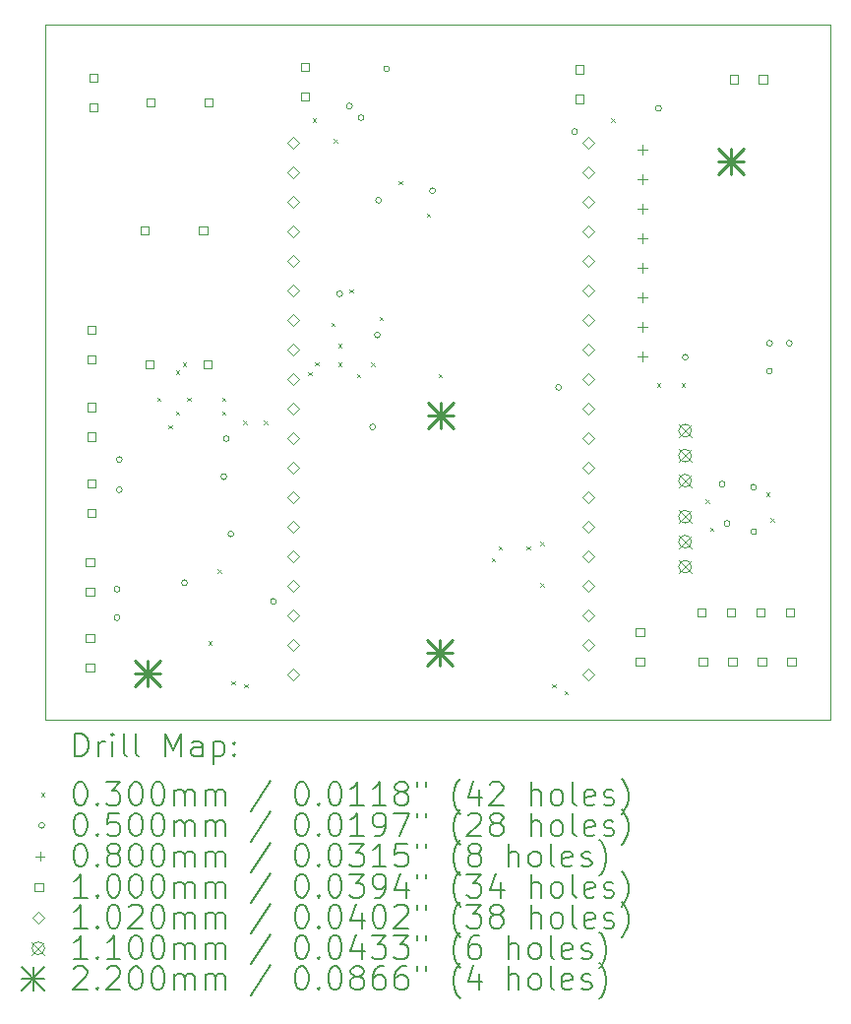
<source format=gbr>
%TF.GenerationSoftware,KiCad,Pcbnew,7.0.8*%
%TF.CreationDate,2023-11-03T23:11:06-04:00*%
%TF.ProjectId,robot,726f626f-742e-46b6-9963-61645f706362,rev?*%
%TF.SameCoordinates,Original*%
%TF.FileFunction,Drillmap*%
%TF.FilePolarity,Positive*%
%FSLAX45Y45*%
G04 Gerber Fmt 4.5, Leading zero omitted, Abs format (unit mm)*
G04 Created by KiCad (PCBNEW 7.0.8) date 2023-11-03 23:11:06*
%MOMM*%
%LPD*%
G01*
G04 APERTURE LIST*
%ADD10C,0.050000*%
%ADD11C,0.200000*%
%ADD12C,0.030000*%
%ADD13C,0.080000*%
%ADD14C,0.100000*%
%ADD15C,0.102000*%
%ADD16C,0.110000*%
%ADD17C,0.220000*%
G04 APERTURE END LIST*
D10*
X15640000Y-5580000D02*
X22400000Y-5580000D01*
X22400000Y-11560000D01*
X15640000Y-11560000D01*
X15640000Y-5580000D01*
D11*
D12*
X16605000Y-8785000D02*
X16635000Y-8815000D01*
X16635000Y-8785000D02*
X16605000Y-8815000D01*
X16705000Y-9024950D02*
X16735000Y-9054950D01*
X16735000Y-9024950D02*
X16705000Y-9054950D01*
X16765000Y-8555050D02*
X16795000Y-8585050D01*
X16795000Y-8555050D02*
X16765000Y-8585050D01*
X16765000Y-8905000D02*
X16795000Y-8935000D01*
X16795000Y-8905000D02*
X16765000Y-8935000D01*
X16824950Y-8485000D02*
X16854950Y-8515000D01*
X16854950Y-8485000D02*
X16824950Y-8515000D01*
X16865000Y-8785000D02*
X16895000Y-8815000D01*
X16895000Y-8785000D02*
X16865000Y-8815000D01*
X17047616Y-10882834D02*
X17077616Y-10912834D01*
X17077616Y-10882834D02*
X17047616Y-10912834D01*
X17127641Y-10264950D02*
X17157641Y-10294950D01*
X17157641Y-10264950D02*
X17127641Y-10294950D01*
X17165000Y-8785000D02*
X17195000Y-8815000D01*
X17195000Y-8785000D02*
X17165000Y-8815000D01*
X17165000Y-8904950D02*
X17195000Y-8934950D01*
X17195000Y-8904950D02*
X17165000Y-8934950D01*
X17244462Y-11225538D02*
X17274462Y-11255538D01*
X17274462Y-11225538D02*
X17244462Y-11255538D01*
X17345000Y-8985000D02*
X17375000Y-9015000D01*
X17375000Y-8985000D02*
X17345000Y-9015000D01*
X17356853Y-11250100D02*
X17386853Y-11280100D01*
X17386853Y-11250100D02*
X17356853Y-11280100D01*
X17525000Y-8985000D02*
X17555000Y-9015000D01*
X17555000Y-8985000D02*
X17525000Y-9015000D01*
X17903314Y-8565000D02*
X17933314Y-8595000D01*
X17933314Y-8565000D02*
X17903314Y-8595000D01*
X17945000Y-6385000D02*
X17975000Y-6415000D01*
X17975000Y-6385000D02*
X17945000Y-6415000D01*
X17966391Y-8483609D02*
X17996391Y-8513609D01*
X17996391Y-8483609D02*
X17966391Y-8513609D01*
X18105000Y-8145000D02*
X18135000Y-8175000D01*
X18135000Y-8145000D02*
X18105000Y-8175000D01*
X18125000Y-6565000D02*
X18155000Y-6595000D01*
X18155000Y-6565000D02*
X18125000Y-6595000D01*
X18165000Y-8325000D02*
X18195000Y-8355000D01*
X18195000Y-8325000D02*
X18165000Y-8355000D01*
X18165000Y-8485000D02*
X18195000Y-8515000D01*
X18195000Y-8485000D02*
X18165000Y-8515000D01*
X18260049Y-7855947D02*
X18290049Y-7885947D01*
X18290049Y-7855947D02*
X18260049Y-7885947D01*
X18325000Y-8585000D02*
X18355000Y-8615000D01*
X18355000Y-8585000D02*
X18325000Y-8615000D01*
X18445000Y-8485000D02*
X18475000Y-8515000D01*
X18475000Y-8485000D02*
X18445000Y-8515000D01*
X18519677Y-8092338D02*
X18549677Y-8122338D01*
X18549677Y-8092338D02*
X18519677Y-8122338D01*
X18685000Y-6925000D02*
X18715000Y-6955000D01*
X18715000Y-6925000D02*
X18685000Y-6955000D01*
X18925000Y-7205000D02*
X18955000Y-7235000D01*
X18955000Y-7205000D02*
X18925000Y-7235000D01*
X19025000Y-8585000D02*
X19055000Y-8615000D01*
X19055000Y-8585000D02*
X19025000Y-8615000D01*
X19485000Y-10165000D02*
X19515000Y-10195000D01*
X19515000Y-10165000D02*
X19485000Y-10195000D01*
X19545000Y-10065000D02*
X19575000Y-10095000D01*
X19575000Y-10065000D02*
X19545000Y-10095000D01*
X19785000Y-10065000D02*
X19815000Y-10095000D01*
X19815000Y-10065000D02*
X19785000Y-10095000D01*
X19905000Y-10025000D02*
X19935000Y-10055000D01*
X19935000Y-10025000D02*
X19905000Y-10055000D01*
X19905000Y-10385000D02*
X19935000Y-10415000D01*
X19935000Y-10385000D02*
X19905000Y-10415000D01*
X20005000Y-11250100D02*
X20035000Y-11280100D01*
X20035000Y-11250100D02*
X20005000Y-11280100D01*
X20111451Y-11310050D02*
X20141451Y-11340050D01*
X20141451Y-11310050D02*
X20111451Y-11340050D01*
X20510523Y-6384527D02*
X20540523Y-6414527D01*
X20540523Y-6384527D02*
X20510523Y-6414527D01*
X20905000Y-8665000D02*
X20935000Y-8695000D01*
X20935000Y-8665000D02*
X20905000Y-8695000D01*
X21117450Y-8665000D02*
X21147450Y-8695000D01*
X21147450Y-8665000D02*
X21117450Y-8695000D01*
X21325000Y-9665000D02*
X21355000Y-9695000D01*
X21355000Y-9665000D02*
X21325000Y-9695000D01*
X21365000Y-9905000D02*
X21395000Y-9935000D01*
X21395000Y-9905000D02*
X21365000Y-9935000D01*
X21845000Y-9605000D02*
X21875000Y-9635000D01*
X21875000Y-9605000D02*
X21845000Y-9635000D01*
X21885000Y-9825000D02*
X21915000Y-9855000D01*
X21915000Y-9825000D02*
X21885000Y-9855000D01*
D10*
X16285000Y-10435050D02*
G75*
G03*
X16285000Y-10435050I-25000J0D01*
G01*
X16285000Y-10680000D02*
G75*
G03*
X16285000Y-10680000I-25000J0D01*
G01*
X16305000Y-9320000D02*
G75*
G03*
X16305000Y-9320000I-25000J0D01*
G01*
X16305000Y-9580000D02*
G75*
G03*
X16305000Y-9580000I-25000J0D01*
G01*
X16865000Y-10380000D02*
G75*
G03*
X16865000Y-10380000I-25000J0D01*
G01*
X17205000Y-9467550D02*
G75*
G03*
X17205000Y-9467550I-25000J0D01*
G01*
X17225000Y-9140000D02*
G75*
G03*
X17225000Y-9140000I-25000J0D01*
G01*
X17265000Y-9960000D02*
G75*
G03*
X17265000Y-9960000I-25000J0D01*
G01*
X17630500Y-10540000D02*
G75*
G03*
X17630500Y-10540000I-25000J0D01*
G01*
X18199956Y-7894956D02*
G75*
G03*
X18199956Y-7894956I-25000J0D01*
G01*
X18285000Y-6280000D02*
G75*
G03*
X18285000Y-6280000I-25000J0D01*
G01*
X18385000Y-6380000D02*
G75*
G03*
X18385000Y-6380000I-25000J0D01*
G01*
X18485000Y-9040000D02*
G75*
G03*
X18485000Y-9040000I-25000J0D01*
G01*
X18525050Y-8250000D02*
G75*
G03*
X18525050Y-8250000I-25000J0D01*
G01*
X18534429Y-7090571D02*
G75*
G03*
X18534429Y-7090571I-25000J0D01*
G01*
X18605000Y-5960000D02*
G75*
G03*
X18605000Y-5960000I-25000J0D01*
G01*
X18999791Y-7008403D02*
G75*
G03*
X18999791Y-7008403I-25000J0D01*
G01*
X20085000Y-8700000D02*
G75*
G03*
X20085000Y-8700000I-25000J0D01*
G01*
X20223500Y-6500000D02*
G75*
G03*
X20223500Y-6500000I-25000J0D01*
G01*
X20945000Y-6300000D02*
G75*
G03*
X20945000Y-6300000I-25000J0D01*
G01*
X21175000Y-8440000D02*
G75*
G03*
X21175000Y-8440000I-25000J0D01*
G01*
X21492247Y-9531047D02*
G75*
G03*
X21492247Y-9531047I-25000J0D01*
G01*
X21534965Y-9869965D02*
G75*
G03*
X21534965Y-9869965I-25000J0D01*
G01*
X21762431Y-9557431D02*
G75*
G03*
X21762431Y-9557431I-25000J0D01*
G01*
X21765000Y-9940000D02*
G75*
G03*
X21765000Y-9940000I-25000J0D01*
G01*
X21900050Y-8320000D02*
G75*
G03*
X21900050Y-8320000I-25000J0D01*
G01*
X21900050Y-8560000D02*
G75*
G03*
X21900050Y-8560000I-25000J0D01*
G01*
X22070000Y-8320000D02*
G75*
G03*
X22070000Y-8320000I-25000J0D01*
G01*
D13*
X20780000Y-6616000D02*
X20780000Y-6696000D01*
X20740000Y-6656000D02*
X20820000Y-6656000D01*
X20780000Y-6870000D02*
X20780000Y-6950000D01*
X20740000Y-6910000D02*
X20820000Y-6910000D01*
X20780000Y-7124000D02*
X20780000Y-7204000D01*
X20740000Y-7164000D02*
X20820000Y-7164000D01*
X20780000Y-7378000D02*
X20780000Y-7458000D01*
X20740000Y-7418000D02*
X20820000Y-7418000D01*
X20780000Y-7632000D02*
X20780000Y-7712000D01*
X20740000Y-7672000D02*
X20820000Y-7672000D01*
X20780000Y-7886000D02*
X20780000Y-7966000D01*
X20740000Y-7926000D02*
X20820000Y-7926000D01*
X20780000Y-8140000D02*
X20780000Y-8220000D01*
X20740000Y-8180000D02*
X20820000Y-8180000D01*
X20780000Y-8394000D02*
X20780000Y-8474000D01*
X20740000Y-8434000D02*
X20820000Y-8434000D01*
D14*
X16063856Y-10238356D02*
X16063856Y-10167644D01*
X15993144Y-10167644D01*
X15993144Y-10238356D01*
X16063856Y-10238356D01*
X16063856Y-10492356D02*
X16063856Y-10421644D01*
X15993144Y-10421644D01*
X15993144Y-10492356D01*
X16063856Y-10492356D01*
X16063856Y-10888356D02*
X16063856Y-10817644D01*
X15993144Y-10817644D01*
X15993144Y-10888356D01*
X16063856Y-10888356D01*
X16063856Y-11142356D02*
X16063856Y-11071644D01*
X15993144Y-11071644D01*
X15993144Y-11142356D01*
X16063856Y-11142356D01*
X16075356Y-8241356D02*
X16075356Y-8170644D01*
X16004644Y-8170644D01*
X16004644Y-8241356D01*
X16075356Y-8241356D01*
X16075356Y-8495356D02*
X16075356Y-8424644D01*
X16004644Y-8424644D01*
X16004644Y-8495356D01*
X16075356Y-8495356D01*
X16077606Y-8905856D02*
X16077606Y-8835144D01*
X16006894Y-8835144D01*
X16006894Y-8905856D01*
X16077606Y-8905856D01*
X16077606Y-9159856D02*
X16077606Y-9089144D01*
X16006894Y-9089144D01*
X16006894Y-9159856D01*
X16077606Y-9159856D01*
X16077606Y-9559856D02*
X16077606Y-9489144D01*
X16006894Y-9489144D01*
X16006894Y-9559856D01*
X16077606Y-9559856D01*
X16077606Y-9813856D02*
X16077606Y-9743144D01*
X16006894Y-9743144D01*
X16006894Y-9813856D01*
X16077606Y-9813856D01*
X16095356Y-6075356D02*
X16095356Y-6004644D01*
X16024644Y-6004644D01*
X16024644Y-6075356D01*
X16095356Y-6075356D01*
X16095356Y-6329356D02*
X16095356Y-6258644D01*
X16024644Y-6258644D01*
X16024644Y-6329356D01*
X16095356Y-6329356D01*
X16535356Y-7385356D02*
X16535356Y-7314644D01*
X16464644Y-7314644D01*
X16464644Y-7385356D01*
X16535356Y-7385356D01*
X16575356Y-8535356D02*
X16575356Y-8464644D01*
X16504644Y-8464644D01*
X16504644Y-8535356D01*
X16575356Y-8535356D01*
X16585356Y-6285356D02*
X16585356Y-6214644D01*
X16514644Y-6214644D01*
X16514644Y-6285356D01*
X16585356Y-6285356D01*
X17035356Y-7385356D02*
X17035356Y-7314644D01*
X16964644Y-7314644D01*
X16964644Y-7385356D01*
X17035356Y-7385356D01*
X17075356Y-8535356D02*
X17075356Y-8464644D01*
X17004644Y-8464644D01*
X17004644Y-8535356D01*
X17075356Y-8535356D01*
X17085356Y-6285356D02*
X17085356Y-6214644D01*
X17014644Y-6214644D01*
X17014644Y-6285356D01*
X17085356Y-6285356D01*
X17915356Y-5981356D02*
X17915356Y-5910644D01*
X17844644Y-5910644D01*
X17844644Y-5981356D01*
X17915356Y-5981356D01*
X17915356Y-6235356D02*
X17915356Y-6164644D01*
X17844644Y-6164644D01*
X17844644Y-6235356D01*
X17915356Y-6235356D01*
X20275356Y-6001356D02*
X20275356Y-5930644D01*
X20204644Y-5930644D01*
X20204644Y-6001356D01*
X20275356Y-6001356D01*
X20275356Y-6255356D02*
X20275356Y-6184644D01*
X20204644Y-6184644D01*
X20204644Y-6255356D01*
X20275356Y-6255356D01*
X20795356Y-10841356D02*
X20795356Y-10770644D01*
X20724644Y-10770644D01*
X20724644Y-10841356D01*
X20795356Y-10841356D01*
X20795356Y-11095356D02*
X20795356Y-11024644D01*
X20724644Y-11024644D01*
X20724644Y-11095356D01*
X20795356Y-11095356D01*
X21325356Y-10671356D02*
X21325356Y-10600644D01*
X21254644Y-10600644D01*
X21254644Y-10671356D01*
X21325356Y-10671356D01*
X21337356Y-11091356D02*
X21337356Y-11020644D01*
X21266644Y-11020644D01*
X21266644Y-11091356D01*
X21337356Y-11091356D01*
X21579356Y-10671356D02*
X21579356Y-10600644D01*
X21508644Y-10600644D01*
X21508644Y-10671356D01*
X21579356Y-10671356D01*
X21591356Y-11091356D02*
X21591356Y-11020644D01*
X21520644Y-11020644D01*
X21520644Y-11091356D01*
X21591356Y-11091356D01*
X21605356Y-6085356D02*
X21605356Y-6014644D01*
X21534644Y-6014644D01*
X21534644Y-6085356D01*
X21605356Y-6085356D01*
X21833356Y-10671356D02*
X21833356Y-10600644D01*
X21762644Y-10600644D01*
X21762644Y-10671356D01*
X21833356Y-10671356D01*
X21845356Y-11091356D02*
X21845356Y-11020644D01*
X21774644Y-11020644D01*
X21774644Y-11091356D01*
X21845356Y-11091356D01*
X21855356Y-6085356D02*
X21855356Y-6014644D01*
X21784644Y-6014644D01*
X21784644Y-6085356D01*
X21855356Y-6085356D01*
X22087356Y-10671356D02*
X22087356Y-10600644D01*
X22016644Y-10600644D01*
X22016644Y-10671356D01*
X22087356Y-10671356D01*
X22099356Y-11091356D02*
X22099356Y-11020644D01*
X22028644Y-11020644D01*
X22028644Y-11091356D01*
X22099356Y-11091356D01*
D15*
X17780000Y-6647000D02*
X17831000Y-6596000D01*
X17780000Y-6545000D01*
X17729000Y-6596000D01*
X17780000Y-6647000D01*
X17780000Y-6901000D02*
X17831000Y-6850000D01*
X17780000Y-6799000D01*
X17729000Y-6850000D01*
X17780000Y-6901000D01*
X17780000Y-7155000D02*
X17831000Y-7104000D01*
X17780000Y-7053000D01*
X17729000Y-7104000D01*
X17780000Y-7155000D01*
X17780000Y-7409000D02*
X17831000Y-7358000D01*
X17780000Y-7307000D01*
X17729000Y-7358000D01*
X17780000Y-7409000D01*
X17780000Y-7663000D02*
X17831000Y-7612000D01*
X17780000Y-7561000D01*
X17729000Y-7612000D01*
X17780000Y-7663000D01*
X17780000Y-7917000D02*
X17831000Y-7866000D01*
X17780000Y-7815000D01*
X17729000Y-7866000D01*
X17780000Y-7917000D01*
X17780000Y-8171000D02*
X17831000Y-8120000D01*
X17780000Y-8069000D01*
X17729000Y-8120000D01*
X17780000Y-8171000D01*
X17780000Y-8425000D02*
X17831000Y-8374000D01*
X17780000Y-8323000D01*
X17729000Y-8374000D01*
X17780000Y-8425000D01*
X17780000Y-8679000D02*
X17831000Y-8628000D01*
X17780000Y-8577000D01*
X17729000Y-8628000D01*
X17780000Y-8679000D01*
X17780000Y-8933000D02*
X17831000Y-8882000D01*
X17780000Y-8831000D01*
X17729000Y-8882000D01*
X17780000Y-8933000D01*
X17780000Y-9187000D02*
X17831000Y-9136000D01*
X17780000Y-9085000D01*
X17729000Y-9136000D01*
X17780000Y-9187000D01*
X17780000Y-9441000D02*
X17831000Y-9390000D01*
X17780000Y-9339000D01*
X17729000Y-9390000D01*
X17780000Y-9441000D01*
X17780000Y-9695000D02*
X17831000Y-9644000D01*
X17780000Y-9593000D01*
X17729000Y-9644000D01*
X17780000Y-9695000D01*
X17780000Y-9949000D02*
X17831000Y-9898000D01*
X17780000Y-9847000D01*
X17729000Y-9898000D01*
X17780000Y-9949000D01*
X17780000Y-10203000D02*
X17831000Y-10152000D01*
X17780000Y-10101000D01*
X17729000Y-10152000D01*
X17780000Y-10203000D01*
X17780000Y-10457000D02*
X17831000Y-10406000D01*
X17780000Y-10355000D01*
X17729000Y-10406000D01*
X17780000Y-10457000D01*
X17780000Y-10711000D02*
X17831000Y-10660000D01*
X17780000Y-10609000D01*
X17729000Y-10660000D01*
X17780000Y-10711000D01*
X17780000Y-10965000D02*
X17831000Y-10914000D01*
X17780000Y-10863000D01*
X17729000Y-10914000D01*
X17780000Y-10965000D01*
X17780000Y-11219000D02*
X17831000Y-11168000D01*
X17780000Y-11117000D01*
X17729000Y-11168000D01*
X17780000Y-11219000D01*
X20320000Y-6647000D02*
X20371000Y-6596000D01*
X20320000Y-6545000D01*
X20269000Y-6596000D01*
X20320000Y-6647000D01*
X20320000Y-6901000D02*
X20371000Y-6850000D01*
X20320000Y-6799000D01*
X20269000Y-6850000D01*
X20320000Y-6901000D01*
X20320000Y-7155000D02*
X20371000Y-7104000D01*
X20320000Y-7053000D01*
X20269000Y-7104000D01*
X20320000Y-7155000D01*
X20320000Y-7409000D02*
X20371000Y-7358000D01*
X20320000Y-7307000D01*
X20269000Y-7358000D01*
X20320000Y-7409000D01*
X20320000Y-7663000D02*
X20371000Y-7612000D01*
X20320000Y-7561000D01*
X20269000Y-7612000D01*
X20320000Y-7663000D01*
X20320000Y-7917000D02*
X20371000Y-7866000D01*
X20320000Y-7815000D01*
X20269000Y-7866000D01*
X20320000Y-7917000D01*
X20320000Y-8171000D02*
X20371000Y-8120000D01*
X20320000Y-8069000D01*
X20269000Y-8120000D01*
X20320000Y-8171000D01*
X20320000Y-8425000D02*
X20371000Y-8374000D01*
X20320000Y-8323000D01*
X20269000Y-8374000D01*
X20320000Y-8425000D01*
X20320000Y-8679000D02*
X20371000Y-8628000D01*
X20320000Y-8577000D01*
X20269000Y-8628000D01*
X20320000Y-8679000D01*
X20320000Y-8933000D02*
X20371000Y-8882000D01*
X20320000Y-8831000D01*
X20269000Y-8882000D01*
X20320000Y-8933000D01*
X20320000Y-9187000D02*
X20371000Y-9136000D01*
X20320000Y-9085000D01*
X20269000Y-9136000D01*
X20320000Y-9187000D01*
X20320000Y-9441000D02*
X20371000Y-9390000D01*
X20320000Y-9339000D01*
X20269000Y-9390000D01*
X20320000Y-9441000D01*
X20320000Y-9695000D02*
X20371000Y-9644000D01*
X20320000Y-9593000D01*
X20269000Y-9644000D01*
X20320000Y-9695000D01*
X20320000Y-9949000D02*
X20371000Y-9898000D01*
X20320000Y-9847000D01*
X20269000Y-9898000D01*
X20320000Y-9949000D01*
X20320000Y-10203000D02*
X20371000Y-10152000D01*
X20320000Y-10101000D01*
X20269000Y-10152000D01*
X20320000Y-10203000D01*
X20320000Y-10457000D02*
X20371000Y-10406000D01*
X20320000Y-10355000D01*
X20269000Y-10406000D01*
X20320000Y-10457000D01*
X20320000Y-10711000D02*
X20371000Y-10660000D01*
X20320000Y-10609000D01*
X20269000Y-10660000D01*
X20320000Y-10711000D01*
X20320000Y-10965000D02*
X20371000Y-10914000D01*
X20320000Y-10863000D01*
X20269000Y-10914000D01*
X20320000Y-10965000D01*
X20320000Y-11219000D02*
X20371000Y-11168000D01*
X20320000Y-11117000D01*
X20269000Y-11168000D01*
X20320000Y-11219000D01*
D16*
X21093750Y-9016250D02*
X21203750Y-9126250D01*
X21203750Y-9016250D02*
X21093750Y-9126250D01*
X21203750Y-9071250D02*
G75*
G03*
X21203750Y-9071250I-55000J0D01*
G01*
X21093750Y-9231250D02*
X21203750Y-9341250D01*
X21203750Y-9231250D02*
X21093750Y-9341250D01*
X21203750Y-9286250D02*
G75*
G03*
X21203750Y-9286250I-55000J0D01*
G01*
X21093750Y-9446250D02*
X21203750Y-9556250D01*
X21203750Y-9446250D02*
X21093750Y-9556250D01*
X21203750Y-9501250D02*
G75*
G03*
X21203750Y-9501250I-55000J0D01*
G01*
X21093750Y-9756250D02*
X21203750Y-9866250D01*
X21203750Y-9756250D02*
X21093750Y-9866250D01*
X21203750Y-9811250D02*
G75*
G03*
X21203750Y-9811250I-55000J0D01*
G01*
X21093750Y-9971250D02*
X21203750Y-10081250D01*
X21203750Y-9971250D02*
X21093750Y-10081250D01*
X21203750Y-10026250D02*
G75*
G03*
X21203750Y-10026250I-55000J0D01*
G01*
X21093750Y-10186250D02*
X21203750Y-10296250D01*
X21203750Y-10186250D02*
X21093750Y-10296250D01*
X21203750Y-10241250D02*
G75*
G03*
X21203750Y-10241250I-55000J0D01*
G01*
D17*
X16410000Y-11050000D02*
X16630000Y-11270000D01*
X16630000Y-11050000D02*
X16410000Y-11270000D01*
X16520000Y-11050000D02*
X16520000Y-11270000D01*
X16410000Y-11160000D02*
X16630000Y-11160000D01*
X18930000Y-10870000D02*
X19150000Y-11090000D01*
X19150000Y-10870000D02*
X18930000Y-11090000D01*
X19040000Y-10870000D02*
X19040000Y-11090000D01*
X18930000Y-10980000D02*
X19150000Y-10980000D01*
X18940000Y-8830000D02*
X19160000Y-9050000D01*
X19160000Y-8830000D02*
X18940000Y-9050000D01*
X19050000Y-8830000D02*
X19050000Y-9050000D01*
X18940000Y-8940000D02*
X19160000Y-8940000D01*
X21430000Y-6650000D02*
X21650000Y-6870000D01*
X21650000Y-6650000D02*
X21430000Y-6870000D01*
X21540000Y-6650000D02*
X21540000Y-6870000D01*
X21430000Y-6760000D02*
X21650000Y-6760000D01*
D11*
X15898277Y-11873984D02*
X15898277Y-11673984D01*
X15898277Y-11673984D02*
X15945896Y-11673984D01*
X15945896Y-11673984D02*
X15974467Y-11683508D01*
X15974467Y-11683508D02*
X15993515Y-11702555D01*
X15993515Y-11702555D02*
X16003039Y-11721603D01*
X16003039Y-11721603D02*
X16012562Y-11759698D01*
X16012562Y-11759698D02*
X16012562Y-11788269D01*
X16012562Y-11788269D02*
X16003039Y-11826365D01*
X16003039Y-11826365D02*
X15993515Y-11845412D01*
X15993515Y-11845412D02*
X15974467Y-11864460D01*
X15974467Y-11864460D02*
X15945896Y-11873984D01*
X15945896Y-11873984D02*
X15898277Y-11873984D01*
X16098277Y-11873984D02*
X16098277Y-11740650D01*
X16098277Y-11778746D02*
X16107801Y-11759698D01*
X16107801Y-11759698D02*
X16117324Y-11750174D01*
X16117324Y-11750174D02*
X16136372Y-11740650D01*
X16136372Y-11740650D02*
X16155420Y-11740650D01*
X16222086Y-11873984D02*
X16222086Y-11740650D01*
X16222086Y-11673984D02*
X16212562Y-11683508D01*
X16212562Y-11683508D02*
X16222086Y-11693031D01*
X16222086Y-11693031D02*
X16231610Y-11683508D01*
X16231610Y-11683508D02*
X16222086Y-11673984D01*
X16222086Y-11673984D02*
X16222086Y-11693031D01*
X16345896Y-11873984D02*
X16326848Y-11864460D01*
X16326848Y-11864460D02*
X16317324Y-11845412D01*
X16317324Y-11845412D02*
X16317324Y-11673984D01*
X16450658Y-11873984D02*
X16431610Y-11864460D01*
X16431610Y-11864460D02*
X16422086Y-11845412D01*
X16422086Y-11845412D02*
X16422086Y-11673984D01*
X16679229Y-11873984D02*
X16679229Y-11673984D01*
X16679229Y-11673984D02*
X16745896Y-11816841D01*
X16745896Y-11816841D02*
X16812563Y-11673984D01*
X16812563Y-11673984D02*
X16812563Y-11873984D01*
X16993515Y-11873984D02*
X16993515Y-11769222D01*
X16993515Y-11769222D02*
X16983991Y-11750174D01*
X16983991Y-11750174D02*
X16964944Y-11740650D01*
X16964944Y-11740650D02*
X16926848Y-11740650D01*
X16926848Y-11740650D02*
X16907801Y-11750174D01*
X16993515Y-11864460D02*
X16974467Y-11873984D01*
X16974467Y-11873984D02*
X16926848Y-11873984D01*
X16926848Y-11873984D02*
X16907801Y-11864460D01*
X16907801Y-11864460D02*
X16898277Y-11845412D01*
X16898277Y-11845412D02*
X16898277Y-11826365D01*
X16898277Y-11826365D02*
X16907801Y-11807317D01*
X16907801Y-11807317D02*
X16926848Y-11797793D01*
X16926848Y-11797793D02*
X16974467Y-11797793D01*
X16974467Y-11797793D02*
X16993515Y-11788269D01*
X17088753Y-11740650D02*
X17088753Y-11940650D01*
X17088753Y-11750174D02*
X17107801Y-11740650D01*
X17107801Y-11740650D02*
X17145896Y-11740650D01*
X17145896Y-11740650D02*
X17164944Y-11750174D01*
X17164944Y-11750174D02*
X17174467Y-11759698D01*
X17174467Y-11759698D02*
X17183991Y-11778746D01*
X17183991Y-11778746D02*
X17183991Y-11835888D01*
X17183991Y-11835888D02*
X17174467Y-11854936D01*
X17174467Y-11854936D02*
X17164944Y-11864460D01*
X17164944Y-11864460D02*
X17145896Y-11873984D01*
X17145896Y-11873984D02*
X17107801Y-11873984D01*
X17107801Y-11873984D02*
X17088753Y-11864460D01*
X17269705Y-11854936D02*
X17279229Y-11864460D01*
X17279229Y-11864460D02*
X17269705Y-11873984D01*
X17269705Y-11873984D02*
X17260182Y-11864460D01*
X17260182Y-11864460D02*
X17269705Y-11854936D01*
X17269705Y-11854936D02*
X17269705Y-11873984D01*
X17269705Y-11750174D02*
X17279229Y-11759698D01*
X17279229Y-11759698D02*
X17269705Y-11769222D01*
X17269705Y-11769222D02*
X17260182Y-11759698D01*
X17260182Y-11759698D02*
X17269705Y-11750174D01*
X17269705Y-11750174D02*
X17269705Y-11769222D01*
D12*
X15607500Y-12187500D02*
X15637500Y-12217500D01*
X15637500Y-12187500D02*
X15607500Y-12217500D01*
D11*
X15936372Y-12093984D02*
X15955420Y-12093984D01*
X15955420Y-12093984D02*
X15974467Y-12103508D01*
X15974467Y-12103508D02*
X15983991Y-12113031D01*
X15983991Y-12113031D02*
X15993515Y-12132079D01*
X15993515Y-12132079D02*
X16003039Y-12170174D01*
X16003039Y-12170174D02*
X16003039Y-12217793D01*
X16003039Y-12217793D02*
X15993515Y-12255888D01*
X15993515Y-12255888D02*
X15983991Y-12274936D01*
X15983991Y-12274936D02*
X15974467Y-12284460D01*
X15974467Y-12284460D02*
X15955420Y-12293984D01*
X15955420Y-12293984D02*
X15936372Y-12293984D01*
X15936372Y-12293984D02*
X15917324Y-12284460D01*
X15917324Y-12284460D02*
X15907801Y-12274936D01*
X15907801Y-12274936D02*
X15898277Y-12255888D01*
X15898277Y-12255888D02*
X15888753Y-12217793D01*
X15888753Y-12217793D02*
X15888753Y-12170174D01*
X15888753Y-12170174D02*
X15898277Y-12132079D01*
X15898277Y-12132079D02*
X15907801Y-12113031D01*
X15907801Y-12113031D02*
X15917324Y-12103508D01*
X15917324Y-12103508D02*
X15936372Y-12093984D01*
X16088753Y-12274936D02*
X16098277Y-12284460D01*
X16098277Y-12284460D02*
X16088753Y-12293984D01*
X16088753Y-12293984D02*
X16079229Y-12284460D01*
X16079229Y-12284460D02*
X16088753Y-12274936D01*
X16088753Y-12274936D02*
X16088753Y-12293984D01*
X16164943Y-12093984D02*
X16288753Y-12093984D01*
X16288753Y-12093984D02*
X16222086Y-12170174D01*
X16222086Y-12170174D02*
X16250658Y-12170174D01*
X16250658Y-12170174D02*
X16269705Y-12179698D01*
X16269705Y-12179698D02*
X16279229Y-12189222D01*
X16279229Y-12189222D02*
X16288753Y-12208269D01*
X16288753Y-12208269D02*
X16288753Y-12255888D01*
X16288753Y-12255888D02*
X16279229Y-12274936D01*
X16279229Y-12274936D02*
X16269705Y-12284460D01*
X16269705Y-12284460D02*
X16250658Y-12293984D01*
X16250658Y-12293984D02*
X16193515Y-12293984D01*
X16193515Y-12293984D02*
X16174467Y-12284460D01*
X16174467Y-12284460D02*
X16164943Y-12274936D01*
X16412562Y-12093984D02*
X16431610Y-12093984D01*
X16431610Y-12093984D02*
X16450658Y-12103508D01*
X16450658Y-12103508D02*
X16460182Y-12113031D01*
X16460182Y-12113031D02*
X16469705Y-12132079D01*
X16469705Y-12132079D02*
X16479229Y-12170174D01*
X16479229Y-12170174D02*
X16479229Y-12217793D01*
X16479229Y-12217793D02*
X16469705Y-12255888D01*
X16469705Y-12255888D02*
X16460182Y-12274936D01*
X16460182Y-12274936D02*
X16450658Y-12284460D01*
X16450658Y-12284460D02*
X16431610Y-12293984D01*
X16431610Y-12293984D02*
X16412562Y-12293984D01*
X16412562Y-12293984D02*
X16393515Y-12284460D01*
X16393515Y-12284460D02*
X16383991Y-12274936D01*
X16383991Y-12274936D02*
X16374467Y-12255888D01*
X16374467Y-12255888D02*
X16364943Y-12217793D01*
X16364943Y-12217793D02*
X16364943Y-12170174D01*
X16364943Y-12170174D02*
X16374467Y-12132079D01*
X16374467Y-12132079D02*
X16383991Y-12113031D01*
X16383991Y-12113031D02*
X16393515Y-12103508D01*
X16393515Y-12103508D02*
X16412562Y-12093984D01*
X16603039Y-12093984D02*
X16622086Y-12093984D01*
X16622086Y-12093984D02*
X16641134Y-12103508D01*
X16641134Y-12103508D02*
X16650658Y-12113031D01*
X16650658Y-12113031D02*
X16660182Y-12132079D01*
X16660182Y-12132079D02*
X16669705Y-12170174D01*
X16669705Y-12170174D02*
X16669705Y-12217793D01*
X16669705Y-12217793D02*
X16660182Y-12255888D01*
X16660182Y-12255888D02*
X16650658Y-12274936D01*
X16650658Y-12274936D02*
X16641134Y-12284460D01*
X16641134Y-12284460D02*
X16622086Y-12293984D01*
X16622086Y-12293984D02*
X16603039Y-12293984D01*
X16603039Y-12293984D02*
X16583991Y-12284460D01*
X16583991Y-12284460D02*
X16574467Y-12274936D01*
X16574467Y-12274936D02*
X16564943Y-12255888D01*
X16564943Y-12255888D02*
X16555420Y-12217793D01*
X16555420Y-12217793D02*
X16555420Y-12170174D01*
X16555420Y-12170174D02*
X16564943Y-12132079D01*
X16564943Y-12132079D02*
X16574467Y-12113031D01*
X16574467Y-12113031D02*
X16583991Y-12103508D01*
X16583991Y-12103508D02*
X16603039Y-12093984D01*
X16755420Y-12293984D02*
X16755420Y-12160650D01*
X16755420Y-12179698D02*
X16764943Y-12170174D01*
X16764943Y-12170174D02*
X16783991Y-12160650D01*
X16783991Y-12160650D02*
X16812563Y-12160650D01*
X16812563Y-12160650D02*
X16831610Y-12170174D01*
X16831610Y-12170174D02*
X16841134Y-12189222D01*
X16841134Y-12189222D02*
X16841134Y-12293984D01*
X16841134Y-12189222D02*
X16850658Y-12170174D01*
X16850658Y-12170174D02*
X16869705Y-12160650D01*
X16869705Y-12160650D02*
X16898277Y-12160650D01*
X16898277Y-12160650D02*
X16917325Y-12170174D01*
X16917325Y-12170174D02*
X16926848Y-12189222D01*
X16926848Y-12189222D02*
X16926848Y-12293984D01*
X17022086Y-12293984D02*
X17022086Y-12160650D01*
X17022086Y-12179698D02*
X17031610Y-12170174D01*
X17031610Y-12170174D02*
X17050658Y-12160650D01*
X17050658Y-12160650D02*
X17079229Y-12160650D01*
X17079229Y-12160650D02*
X17098277Y-12170174D01*
X17098277Y-12170174D02*
X17107801Y-12189222D01*
X17107801Y-12189222D02*
X17107801Y-12293984D01*
X17107801Y-12189222D02*
X17117325Y-12170174D01*
X17117325Y-12170174D02*
X17136372Y-12160650D01*
X17136372Y-12160650D02*
X17164944Y-12160650D01*
X17164944Y-12160650D02*
X17183991Y-12170174D01*
X17183991Y-12170174D02*
X17193515Y-12189222D01*
X17193515Y-12189222D02*
X17193515Y-12293984D01*
X17583991Y-12084460D02*
X17412563Y-12341603D01*
X17841134Y-12093984D02*
X17860182Y-12093984D01*
X17860182Y-12093984D02*
X17879229Y-12103508D01*
X17879229Y-12103508D02*
X17888753Y-12113031D01*
X17888753Y-12113031D02*
X17898277Y-12132079D01*
X17898277Y-12132079D02*
X17907801Y-12170174D01*
X17907801Y-12170174D02*
X17907801Y-12217793D01*
X17907801Y-12217793D02*
X17898277Y-12255888D01*
X17898277Y-12255888D02*
X17888753Y-12274936D01*
X17888753Y-12274936D02*
X17879229Y-12284460D01*
X17879229Y-12284460D02*
X17860182Y-12293984D01*
X17860182Y-12293984D02*
X17841134Y-12293984D01*
X17841134Y-12293984D02*
X17822087Y-12284460D01*
X17822087Y-12284460D02*
X17812563Y-12274936D01*
X17812563Y-12274936D02*
X17803039Y-12255888D01*
X17803039Y-12255888D02*
X17793515Y-12217793D01*
X17793515Y-12217793D02*
X17793515Y-12170174D01*
X17793515Y-12170174D02*
X17803039Y-12132079D01*
X17803039Y-12132079D02*
X17812563Y-12113031D01*
X17812563Y-12113031D02*
X17822087Y-12103508D01*
X17822087Y-12103508D02*
X17841134Y-12093984D01*
X17993515Y-12274936D02*
X18003039Y-12284460D01*
X18003039Y-12284460D02*
X17993515Y-12293984D01*
X17993515Y-12293984D02*
X17983991Y-12284460D01*
X17983991Y-12284460D02*
X17993515Y-12274936D01*
X17993515Y-12274936D02*
X17993515Y-12293984D01*
X18126848Y-12093984D02*
X18145896Y-12093984D01*
X18145896Y-12093984D02*
X18164944Y-12103508D01*
X18164944Y-12103508D02*
X18174468Y-12113031D01*
X18174468Y-12113031D02*
X18183991Y-12132079D01*
X18183991Y-12132079D02*
X18193515Y-12170174D01*
X18193515Y-12170174D02*
X18193515Y-12217793D01*
X18193515Y-12217793D02*
X18183991Y-12255888D01*
X18183991Y-12255888D02*
X18174468Y-12274936D01*
X18174468Y-12274936D02*
X18164944Y-12284460D01*
X18164944Y-12284460D02*
X18145896Y-12293984D01*
X18145896Y-12293984D02*
X18126848Y-12293984D01*
X18126848Y-12293984D02*
X18107801Y-12284460D01*
X18107801Y-12284460D02*
X18098277Y-12274936D01*
X18098277Y-12274936D02*
X18088753Y-12255888D01*
X18088753Y-12255888D02*
X18079229Y-12217793D01*
X18079229Y-12217793D02*
X18079229Y-12170174D01*
X18079229Y-12170174D02*
X18088753Y-12132079D01*
X18088753Y-12132079D02*
X18098277Y-12113031D01*
X18098277Y-12113031D02*
X18107801Y-12103508D01*
X18107801Y-12103508D02*
X18126848Y-12093984D01*
X18383991Y-12293984D02*
X18269706Y-12293984D01*
X18326848Y-12293984D02*
X18326848Y-12093984D01*
X18326848Y-12093984D02*
X18307801Y-12122555D01*
X18307801Y-12122555D02*
X18288753Y-12141603D01*
X18288753Y-12141603D02*
X18269706Y-12151127D01*
X18574468Y-12293984D02*
X18460182Y-12293984D01*
X18517325Y-12293984D02*
X18517325Y-12093984D01*
X18517325Y-12093984D02*
X18498277Y-12122555D01*
X18498277Y-12122555D02*
X18479229Y-12141603D01*
X18479229Y-12141603D02*
X18460182Y-12151127D01*
X18688753Y-12179698D02*
X18669706Y-12170174D01*
X18669706Y-12170174D02*
X18660182Y-12160650D01*
X18660182Y-12160650D02*
X18650658Y-12141603D01*
X18650658Y-12141603D02*
X18650658Y-12132079D01*
X18650658Y-12132079D02*
X18660182Y-12113031D01*
X18660182Y-12113031D02*
X18669706Y-12103508D01*
X18669706Y-12103508D02*
X18688753Y-12093984D01*
X18688753Y-12093984D02*
X18726849Y-12093984D01*
X18726849Y-12093984D02*
X18745896Y-12103508D01*
X18745896Y-12103508D02*
X18755420Y-12113031D01*
X18755420Y-12113031D02*
X18764944Y-12132079D01*
X18764944Y-12132079D02*
X18764944Y-12141603D01*
X18764944Y-12141603D02*
X18755420Y-12160650D01*
X18755420Y-12160650D02*
X18745896Y-12170174D01*
X18745896Y-12170174D02*
X18726849Y-12179698D01*
X18726849Y-12179698D02*
X18688753Y-12179698D01*
X18688753Y-12179698D02*
X18669706Y-12189222D01*
X18669706Y-12189222D02*
X18660182Y-12198746D01*
X18660182Y-12198746D02*
X18650658Y-12217793D01*
X18650658Y-12217793D02*
X18650658Y-12255888D01*
X18650658Y-12255888D02*
X18660182Y-12274936D01*
X18660182Y-12274936D02*
X18669706Y-12284460D01*
X18669706Y-12284460D02*
X18688753Y-12293984D01*
X18688753Y-12293984D02*
X18726849Y-12293984D01*
X18726849Y-12293984D02*
X18745896Y-12284460D01*
X18745896Y-12284460D02*
X18755420Y-12274936D01*
X18755420Y-12274936D02*
X18764944Y-12255888D01*
X18764944Y-12255888D02*
X18764944Y-12217793D01*
X18764944Y-12217793D02*
X18755420Y-12198746D01*
X18755420Y-12198746D02*
X18745896Y-12189222D01*
X18745896Y-12189222D02*
X18726849Y-12179698D01*
X18841134Y-12093984D02*
X18841134Y-12132079D01*
X18917325Y-12093984D02*
X18917325Y-12132079D01*
X19212563Y-12370174D02*
X19203039Y-12360650D01*
X19203039Y-12360650D02*
X19183991Y-12332079D01*
X19183991Y-12332079D02*
X19174468Y-12313031D01*
X19174468Y-12313031D02*
X19164944Y-12284460D01*
X19164944Y-12284460D02*
X19155420Y-12236841D01*
X19155420Y-12236841D02*
X19155420Y-12198746D01*
X19155420Y-12198746D02*
X19164944Y-12151127D01*
X19164944Y-12151127D02*
X19174468Y-12122555D01*
X19174468Y-12122555D02*
X19183991Y-12103508D01*
X19183991Y-12103508D02*
X19203039Y-12074936D01*
X19203039Y-12074936D02*
X19212563Y-12065412D01*
X19374468Y-12160650D02*
X19374468Y-12293984D01*
X19326849Y-12084460D02*
X19279230Y-12227317D01*
X19279230Y-12227317D02*
X19403039Y-12227317D01*
X19469706Y-12113031D02*
X19479230Y-12103508D01*
X19479230Y-12103508D02*
X19498277Y-12093984D01*
X19498277Y-12093984D02*
X19545896Y-12093984D01*
X19545896Y-12093984D02*
X19564944Y-12103508D01*
X19564944Y-12103508D02*
X19574468Y-12113031D01*
X19574468Y-12113031D02*
X19583991Y-12132079D01*
X19583991Y-12132079D02*
X19583991Y-12151127D01*
X19583991Y-12151127D02*
X19574468Y-12179698D01*
X19574468Y-12179698D02*
X19460182Y-12293984D01*
X19460182Y-12293984D02*
X19583991Y-12293984D01*
X19822087Y-12293984D02*
X19822087Y-12093984D01*
X19907801Y-12293984D02*
X19907801Y-12189222D01*
X19907801Y-12189222D02*
X19898277Y-12170174D01*
X19898277Y-12170174D02*
X19879230Y-12160650D01*
X19879230Y-12160650D02*
X19850658Y-12160650D01*
X19850658Y-12160650D02*
X19831611Y-12170174D01*
X19831611Y-12170174D02*
X19822087Y-12179698D01*
X20031611Y-12293984D02*
X20012563Y-12284460D01*
X20012563Y-12284460D02*
X20003039Y-12274936D01*
X20003039Y-12274936D02*
X19993515Y-12255888D01*
X19993515Y-12255888D02*
X19993515Y-12198746D01*
X19993515Y-12198746D02*
X20003039Y-12179698D01*
X20003039Y-12179698D02*
X20012563Y-12170174D01*
X20012563Y-12170174D02*
X20031611Y-12160650D01*
X20031611Y-12160650D02*
X20060182Y-12160650D01*
X20060182Y-12160650D02*
X20079230Y-12170174D01*
X20079230Y-12170174D02*
X20088753Y-12179698D01*
X20088753Y-12179698D02*
X20098277Y-12198746D01*
X20098277Y-12198746D02*
X20098277Y-12255888D01*
X20098277Y-12255888D02*
X20088753Y-12274936D01*
X20088753Y-12274936D02*
X20079230Y-12284460D01*
X20079230Y-12284460D02*
X20060182Y-12293984D01*
X20060182Y-12293984D02*
X20031611Y-12293984D01*
X20212563Y-12293984D02*
X20193515Y-12284460D01*
X20193515Y-12284460D02*
X20183992Y-12265412D01*
X20183992Y-12265412D02*
X20183992Y-12093984D01*
X20364944Y-12284460D02*
X20345896Y-12293984D01*
X20345896Y-12293984D02*
X20307801Y-12293984D01*
X20307801Y-12293984D02*
X20288753Y-12284460D01*
X20288753Y-12284460D02*
X20279230Y-12265412D01*
X20279230Y-12265412D02*
X20279230Y-12189222D01*
X20279230Y-12189222D02*
X20288753Y-12170174D01*
X20288753Y-12170174D02*
X20307801Y-12160650D01*
X20307801Y-12160650D02*
X20345896Y-12160650D01*
X20345896Y-12160650D02*
X20364944Y-12170174D01*
X20364944Y-12170174D02*
X20374468Y-12189222D01*
X20374468Y-12189222D02*
X20374468Y-12208269D01*
X20374468Y-12208269D02*
X20279230Y-12227317D01*
X20450658Y-12284460D02*
X20469706Y-12293984D01*
X20469706Y-12293984D02*
X20507801Y-12293984D01*
X20507801Y-12293984D02*
X20526849Y-12284460D01*
X20526849Y-12284460D02*
X20536373Y-12265412D01*
X20536373Y-12265412D02*
X20536373Y-12255888D01*
X20536373Y-12255888D02*
X20526849Y-12236841D01*
X20526849Y-12236841D02*
X20507801Y-12227317D01*
X20507801Y-12227317D02*
X20479230Y-12227317D01*
X20479230Y-12227317D02*
X20460182Y-12217793D01*
X20460182Y-12217793D02*
X20450658Y-12198746D01*
X20450658Y-12198746D02*
X20450658Y-12189222D01*
X20450658Y-12189222D02*
X20460182Y-12170174D01*
X20460182Y-12170174D02*
X20479230Y-12160650D01*
X20479230Y-12160650D02*
X20507801Y-12160650D01*
X20507801Y-12160650D02*
X20526849Y-12170174D01*
X20603039Y-12370174D02*
X20612563Y-12360650D01*
X20612563Y-12360650D02*
X20631611Y-12332079D01*
X20631611Y-12332079D02*
X20641134Y-12313031D01*
X20641134Y-12313031D02*
X20650658Y-12284460D01*
X20650658Y-12284460D02*
X20660182Y-12236841D01*
X20660182Y-12236841D02*
X20660182Y-12198746D01*
X20660182Y-12198746D02*
X20650658Y-12151127D01*
X20650658Y-12151127D02*
X20641134Y-12122555D01*
X20641134Y-12122555D02*
X20631611Y-12103508D01*
X20631611Y-12103508D02*
X20612563Y-12074936D01*
X20612563Y-12074936D02*
X20603039Y-12065412D01*
D10*
X15637500Y-12466500D02*
G75*
G03*
X15637500Y-12466500I-25000J0D01*
G01*
D11*
X15936372Y-12357984D02*
X15955420Y-12357984D01*
X15955420Y-12357984D02*
X15974467Y-12367508D01*
X15974467Y-12367508D02*
X15983991Y-12377031D01*
X15983991Y-12377031D02*
X15993515Y-12396079D01*
X15993515Y-12396079D02*
X16003039Y-12434174D01*
X16003039Y-12434174D02*
X16003039Y-12481793D01*
X16003039Y-12481793D02*
X15993515Y-12519888D01*
X15993515Y-12519888D02*
X15983991Y-12538936D01*
X15983991Y-12538936D02*
X15974467Y-12548460D01*
X15974467Y-12548460D02*
X15955420Y-12557984D01*
X15955420Y-12557984D02*
X15936372Y-12557984D01*
X15936372Y-12557984D02*
X15917324Y-12548460D01*
X15917324Y-12548460D02*
X15907801Y-12538936D01*
X15907801Y-12538936D02*
X15898277Y-12519888D01*
X15898277Y-12519888D02*
X15888753Y-12481793D01*
X15888753Y-12481793D02*
X15888753Y-12434174D01*
X15888753Y-12434174D02*
X15898277Y-12396079D01*
X15898277Y-12396079D02*
X15907801Y-12377031D01*
X15907801Y-12377031D02*
X15917324Y-12367508D01*
X15917324Y-12367508D02*
X15936372Y-12357984D01*
X16088753Y-12538936D02*
X16098277Y-12548460D01*
X16098277Y-12548460D02*
X16088753Y-12557984D01*
X16088753Y-12557984D02*
X16079229Y-12548460D01*
X16079229Y-12548460D02*
X16088753Y-12538936D01*
X16088753Y-12538936D02*
X16088753Y-12557984D01*
X16279229Y-12357984D02*
X16183991Y-12357984D01*
X16183991Y-12357984D02*
X16174467Y-12453222D01*
X16174467Y-12453222D02*
X16183991Y-12443698D01*
X16183991Y-12443698D02*
X16203039Y-12434174D01*
X16203039Y-12434174D02*
X16250658Y-12434174D01*
X16250658Y-12434174D02*
X16269705Y-12443698D01*
X16269705Y-12443698D02*
X16279229Y-12453222D01*
X16279229Y-12453222D02*
X16288753Y-12472269D01*
X16288753Y-12472269D02*
X16288753Y-12519888D01*
X16288753Y-12519888D02*
X16279229Y-12538936D01*
X16279229Y-12538936D02*
X16269705Y-12548460D01*
X16269705Y-12548460D02*
X16250658Y-12557984D01*
X16250658Y-12557984D02*
X16203039Y-12557984D01*
X16203039Y-12557984D02*
X16183991Y-12548460D01*
X16183991Y-12548460D02*
X16174467Y-12538936D01*
X16412562Y-12357984D02*
X16431610Y-12357984D01*
X16431610Y-12357984D02*
X16450658Y-12367508D01*
X16450658Y-12367508D02*
X16460182Y-12377031D01*
X16460182Y-12377031D02*
X16469705Y-12396079D01*
X16469705Y-12396079D02*
X16479229Y-12434174D01*
X16479229Y-12434174D02*
X16479229Y-12481793D01*
X16479229Y-12481793D02*
X16469705Y-12519888D01*
X16469705Y-12519888D02*
X16460182Y-12538936D01*
X16460182Y-12538936D02*
X16450658Y-12548460D01*
X16450658Y-12548460D02*
X16431610Y-12557984D01*
X16431610Y-12557984D02*
X16412562Y-12557984D01*
X16412562Y-12557984D02*
X16393515Y-12548460D01*
X16393515Y-12548460D02*
X16383991Y-12538936D01*
X16383991Y-12538936D02*
X16374467Y-12519888D01*
X16374467Y-12519888D02*
X16364943Y-12481793D01*
X16364943Y-12481793D02*
X16364943Y-12434174D01*
X16364943Y-12434174D02*
X16374467Y-12396079D01*
X16374467Y-12396079D02*
X16383991Y-12377031D01*
X16383991Y-12377031D02*
X16393515Y-12367508D01*
X16393515Y-12367508D02*
X16412562Y-12357984D01*
X16603039Y-12357984D02*
X16622086Y-12357984D01*
X16622086Y-12357984D02*
X16641134Y-12367508D01*
X16641134Y-12367508D02*
X16650658Y-12377031D01*
X16650658Y-12377031D02*
X16660182Y-12396079D01*
X16660182Y-12396079D02*
X16669705Y-12434174D01*
X16669705Y-12434174D02*
X16669705Y-12481793D01*
X16669705Y-12481793D02*
X16660182Y-12519888D01*
X16660182Y-12519888D02*
X16650658Y-12538936D01*
X16650658Y-12538936D02*
X16641134Y-12548460D01*
X16641134Y-12548460D02*
X16622086Y-12557984D01*
X16622086Y-12557984D02*
X16603039Y-12557984D01*
X16603039Y-12557984D02*
X16583991Y-12548460D01*
X16583991Y-12548460D02*
X16574467Y-12538936D01*
X16574467Y-12538936D02*
X16564943Y-12519888D01*
X16564943Y-12519888D02*
X16555420Y-12481793D01*
X16555420Y-12481793D02*
X16555420Y-12434174D01*
X16555420Y-12434174D02*
X16564943Y-12396079D01*
X16564943Y-12396079D02*
X16574467Y-12377031D01*
X16574467Y-12377031D02*
X16583991Y-12367508D01*
X16583991Y-12367508D02*
X16603039Y-12357984D01*
X16755420Y-12557984D02*
X16755420Y-12424650D01*
X16755420Y-12443698D02*
X16764943Y-12434174D01*
X16764943Y-12434174D02*
X16783991Y-12424650D01*
X16783991Y-12424650D02*
X16812563Y-12424650D01*
X16812563Y-12424650D02*
X16831610Y-12434174D01*
X16831610Y-12434174D02*
X16841134Y-12453222D01*
X16841134Y-12453222D02*
X16841134Y-12557984D01*
X16841134Y-12453222D02*
X16850658Y-12434174D01*
X16850658Y-12434174D02*
X16869705Y-12424650D01*
X16869705Y-12424650D02*
X16898277Y-12424650D01*
X16898277Y-12424650D02*
X16917325Y-12434174D01*
X16917325Y-12434174D02*
X16926848Y-12453222D01*
X16926848Y-12453222D02*
X16926848Y-12557984D01*
X17022086Y-12557984D02*
X17022086Y-12424650D01*
X17022086Y-12443698D02*
X17031610Y-12434174D01*
X17031610Y-12434174D02*
X17050658Y-12424650D01*
X17050658Y-12424650D02*
X17079229Y-12424650D01*
X17079229Y-12424650D02*
X17098277Y-12434174D01*
X17098277Y-12434174D02*
X17107801Y-12453222D01*
X17107801Y-12453222D02*
X17107801Y-12557984D01*
X17107801Y-12453222D02*
X17117325Y-12434174D01*
X17117325Y-12434174D02*
X17136372Y-12424650D01*
X17136372Y-12424650D02*
X17164944Y-12424650D01*
X17164944Y-12424650D02*
X17183991Y-12434174D01*
X17183991Y-12434174D02*
X17193515Y-12453222D01*
X17193515Y-12453222D02*
X17193515Y-12557984D01*
X17583991Y-12348460D02*
X17412563Y-12605603D01*
X17841134Y-12357984D02*
X17860182Y-12357984D01*
X17860182Y-12357984D02*
X17879229Y-12367508D01*
X17879229Y-12367508D02*
X17888753Y-12377031D01*
X17888753Y-12377031D02*
X17898277Y-12396079D01*
X17898277Y-12396079D02*
X17907801Y-12434174D01*
X17907801Y-12434174D02*
X17907801Y-12481793D01*
X17907801Y-12481793D02*
X17898277Y-12519888D01*
X17898277Y-12519888D02*
X17888753Y-12538936D01*
X17888753Y-12538936D02*
X17879229Y-12548460D01*
X17879229Y-12548460D02*
X17860182Y-12557984D01*
X17860182Y-12557984D02*
X17841134Y-12557984D01*
X17841134Y-12557984D02*
X17822087Y-12548460D01*
X17822087Y-12548460D02*
X17812563Y-12538936D01*
X17812563Y-12538936D02*
X17803039Y-12519888D01*
X17803039Y-12519888D02*
X17793515Y-12481793D01*
X17793515Y-12481793D02*
X17793515Y-12434174D01*
X17793515Y-12434174D02*
X17803039Y-12396079D01*
X17803039Y-12396079D02*
X17812563Y-12377031D01*
X17812563Y-12377031D02*
X17822087Y-12367508D01*
X17822087Y-12367508D02*
X17841134Y-12357984D01*
X17993515Y-12538936D02*
X18003039Y-12548460D01*
X18003039Y-12548460D02*
X17993515Y-12557984D01*
X17993515Y-12557984D02*
X17983991Y-12548460D01*
X17983991Y-12548460D02*
X17993515Y-12538936D01*
X17993515Y-12538936D02*
X17993515Y-12557984D01*
X18126848Y-12357984D02*
X18145896Y-12357984D01*
X18145896Y-12357984D02*
X18164944Y-12367508D01*
X18164944Y-12367508D02*
X18174468Y-12377031D01*
X18174468Y-12377031D02*
X18183991Y-12396079D01*
X18183991Y-12396079D02*
X18193515Y-12434174D01*
X18193515Y-12434174D02*
X18193515Y-12481793D01*
X18193515Y-12481793D02*
X18183991Y-12519888D01*
X18183991Y-12519888D02*
X18174468Y-12538936D01*
X18174468Y-12538936D02*
X18164944Y-12548460D01*
X18164944Y-12548460D02*
X18145896Y-12557984D01*
X18145896Y-12557984D02*
X18126848Y-12557984D01*
X18126848Y-12557984D02*
X18107801Y-12548460D01*
X18107801Y-12548460D02*
X18098277Y-12538936D01*
X18098277Y-12538936D02*
X18088753Y-12519888D01*
X18088753Y-12519888D02*
X18079229Y-12481793D01*
X18079229Y-12481793D02*
X18079229Y-12434174D01*
X18079229Y-12434174D02*
X18088753Y-12396079D01*
X18088753Y-12396079D02*
X18098277Y-12377031D01*
X18098277Y-12377031D02*
X18107801Y-12367508D01*
X18107801Y-12367508D02*
X18126848Y-12357984D01*
X18383991Y-12557984D02*
X18269706Y-12557984D01*
X18326848Y-12557984D02*
X18326848Y-12357984D01*
X18326848Y-12357984D02*
X18307801Y-12386555D01*
X18307801Y-12386555D02*
X18288753Y-12405603D01*
X18288753Y-12405603D02*
X18269706Y-12415127D01*
X18479229Y-12557984D02*
X18517325Y-12557984D01*
X18517325Y-12557984D02*
X18536372Y-12548460D01*
X18536372Y-12548460D02*
X18545896Y-12538936D01*
X18545896Y-12538936D02*
X18564944Y-12510365D01*
X18564944Y-12510365D02*
X18574468Y-12472269D01*
X18574468Y-12472269D02*
X18574468Y-12396079D01*
X18574468Y-12396079D02*
X18564944Y-12377031D01*
X18564944Y-12377031D02*
X18555420Y-12367508D01*
X18555420Y-12367508D02*
X18536372Y-12357984D01*
X18536372Y-12357984D02*
X18498277Y-12357984D01*
X18498277Y-12357984D02*
X18479229Y-12367508D01*
X18479229Y-12367508D02*
X18469706Y-12377031D01*
X18469706Y-12377031D02*
X18460182Y-12396079D01*
X18460182Y-12396079D02*
X18460182Y-12443698D01*
X18460182Y-12443698D02*
X18469706Y-12462746D01*
X18469706Y-12462746D02*
X18479229Y-12472269D01*
X18479229Y-12472269D02*
X18498277Y-12481793D01*
X18498277Y-12481793D02*
X18536372Y-12481793D01*
X18536372Y-12481793D02*
X18555420Y-12472269D01*
X18555420Y-12472269D02*
X18564944Y-12462746D01*
X18564944Y-12462746D02*
X18574468Y-12443698D01*
X18641134Y-12357984D02*
X18774468Y-12357984D01*
X18774468Y-12357984D02*
X18688753Y-12557984D01*
X18841134Y-12357984D02*
X18841134Y-12396079D01*
X18917325Y-12357984D02*
X18917325Y-12396079D01*
X19212563Y-12634174D02*
X19203039Y-12624650D01*
X19203039Y-12624650D02*
X19183991Y-12596079D01*
X19183991Y-12596079D02*
X19174468Y-12577031D01*
X19174468Y-12577031D02*
X19164944Y-12548460D01*
X19164944Y-12548460D02*
X19155420Y-12500841D01*
X19155420Y-12500841D02*
X19155420Y-12462746D01*
X19155420Y-12462746D02*
X19164944Y-12415127D01*
X19164944Y-12415127D02*
X19174468Y-12386555D01*
X19174468Y-12386555D02*
X19183991Y-12367508D01*
X19183991Y-12367508D02*
X19203039Y-12338936D01*
X19203039Y-12338936D02*
X19212563Y-12329412D01*
X19279230Y-12377031D02*
X19288753Y-12367508D01*
X19288753Y-12367508D02*
X19307801Y-12357984D01*
X19307801Y-12357984D02*
X19355420Y-12357984D01*
X19355420Y-12357984D02*
X19374468Y-12367508D01*
X19374468Y-12367508D02*
X19383991Y-12377031D01*
X19383991Y-12377031D02*
X19393515Y-12396079D01*
X19393515Y-12396079D02*
X19393515Y-12415127D01*
X19393515Y-12415127D02*
X19383991Y-12443698D01*
X19383991Y-12443698D02*
X19269706Y-12557984D01*
X19269706Y-12557984D02*
X19393515Y-12557984D01*
X19507801Y-12443698D02*
X19488753Y-12434174D01*
X19488753Y-12434174D02*
X19479230Y-12424650D01*
X19479230Y-12424650D02*
X19469706Y-12405603D01*
X19469706Y-12405603D02*
X19469706Y-12396079D01*
X19469706Y-12396079D02*
X19479230Y-12377031D01*
X19479230Y-12377031D02*
X19488753Y-12367508D01*
X19488753Y-12367508D02*
X19507801Y-12357984D01*
X19507801Y-12357984D02*
X19545896Y-12357984D01*
X19545896Y-12357984D02*
X19564944Y-12367508D01*
X19564944Y-12367508D02*
X19574468Y-12377031D01*
X19574468Y-12377031D02*
X19583991Y-12396079D01*
X19583991Y-12396079D02*
X19583991Y-12405603D01*
X19583991Y-12405603D02*
X19574468Y-12424650D01*
X19574468Y-12424650D02*
X19564944Y-12434174D01*
X19564944Y-12434174D02*
X19545896Y-12443698D01*
X19545896Y-12443698D02*
X19507801Y-12443698D01*
X19507801Y-12443698D02*
X19488753Y-12453222D01*
X19488753Y-12453222D02*
X19479230Y-12462746D01*
X19479230Y-12462746D02*
X19469706Y-12481793D01*
X19469706Y-12481793D02*
X19469706Y-12519888D01*
X19469706Y-12519888D02*
X19479230Y-12538936D01*
X19479230Y-12538936D02*
X19488753Y-12548460D01*
X19488753Y-12548460D02*
X19507801Y-12557984D01*
X19507801Y-12557984D02*
X19545896Y-12557984D01*
X19545896Y-12557984D02*
X19564944Y-12548460D01*
X19564944Y-12548460D02*
X19574468Y-12538936D01*
X19574468Y-12538936D02*
X19583991Y-12519888D01*
X19583991Y-12519888D02*
X19583991Y-12481793D01*
X19583991Y-12481793D02*
X19574468Y-12462746D01*
X19574468Y-12462746D02*
X19564944Y-12453222D01*
X19564944Y-12453222D02*
X19545896Y-12443698D01*
X19822087Y-12557984D02*
X19822087Y-12357984D01*
X19907801Y-12557984D02*
X19907801Y-12453222D01*
X19907801Y-12453222D02*
X19898277Y-12434174D01*
X19898277Y-12434174D02*
X19879230Y-12424650D01*
X19879230Y-12424650D02*
X19850658Y-12424650D01*
X19850658Y-12424650D02*
X19831611Y-12434174D01*
X19831611Y-12434174D02*
X19822087Y-12443698D01*
X20031611Y-12557984D02*
X20012563Y-12548460D01*
X20012563Y-12548460D02*
X20003039Y-12538936D01*
X20003039Y-12538936D02*
X19993515Y-12519888D01*
X19993515Y-12519888D02*
X19993515Y-12462746D01*
X19993515Y-12462746D02*
X20003039Y-12443698D01*
X20003039Y-12443698D02*
X20012563Y-12434174D01*
X20012563Y-12434174D02*
X20031611Y-12424650D01*
X20031611Y-12424650D02*
X20060182Y-12424650D01*
X20060182Y-12424650D02*
X20079230Y-12434174D01*
X20079230Y-12434174D02*
X20088753Y-12443698D01*
X20088753Y-12443698D02*
X20098277Y-12462746D01*
X20098277Y-12462746D02*
X20098277Y-12519888D01*
X20098277Y-12519888D02*
X20088753Y-12538936D01*
X20088753Y-12538936D02*
X20079230Y-12548460D01*
X20079230Y-12548460D02*
X20060182Y-12557984D01*
X20060182Y-12557984D02*
X20031611Y-12557984D01*
X20212563Y-12557984D02*
X20193515Y-12548460D01*
X20193515Y-12548460D02*
X20183992Y-12529412D01*
X20183992Y-12529412D02*
X20183992Y-12357984D01*
X20364944Y-12548460D02*
X20345896Y-12557984D01*
X20345896Y-12557984D02*
X20307801Y-12557984D01*
X20307801Y-12557984D02*
X20288753Y-12548460D01*
X20288753Y-12548460D02*
X20279230Y-12529412D01*
X20279230Y-12529412D02*
X20279230Y-12453222D01*
X20279230Y-12453222D02*
X20288753Y-12434174D01*
X20288753Y-12434174D02*
X20307801Y-12424650D01*
X20307801Y-12424650D02*
X20345896Y-12424650D01*
X20345896Y-12424650D02*
X20364944Y-12434174D01*
X20364944Y-12434174D02*
X20374468Y-12453222D01*
X20374468Y-12453222D02*
X20374468Y-12472269D01*
X20374468Y-12472269D02*
X20279230Y-12491317D01*
X20450658Y-12548460D02*
X20469706Y-12557984D01*
X20469706Y-12557984D02*
X20507801Y-12557984D01*
X20507801Y-12557984D02*
X20526849Y-12548460D01*
X20526849Y-12548460D02*
X20536373Y-12529412D01*
X20536373Y-12529412D02*
X20536373Y-12519888D01*
X20536373Y-12519888D02*
X20526849Y-12500841D01*
X20526849Y-12500841D02*
X20507801Y-12491317D01*
X20507801Y-12491317D02*
X20479230Y-12491317D01*
X20479230Y-12491317D02*
X20460182Y-12481793D01*
X20460182Y-12481793D02*
X20450658Y-12462746D01*
X20450658Y-12462746D02*
X20450658Y-12453222D01*
X20450658Y-12453222D02*
X20460182Y-12434174D01*
X20460182Y-12434174D02*
X20479230Y-12424650D01*
X20479230Y-12424650D02*
X20507801Y-12424650D01*
X20507801Y-12424650D02*
X20526849Y-12434174D01*
X20603039Y-12634174D02*
X20612563Y-12624650D01*
X20612563Y-12624650D02*
X20631611Y-12596079D01*
X20631611Y-12596079D02*
X20641134Y-12577031D01*
X20641134Y-12577031D02*
X20650658Y-12548460D01*
X20650658Y-12548460D02*
X20660182Y-12500841D01*
X20660182Y-12500841D02*
X20660182Y-12462746D01*
X20660182Y-12462746D02*
X20650658Y-12415127D01*
X20650658Y-12415127D02*
X20641134Y-12386555D01*
X20641134Y-12386555D02*
X20631611Y-12367508D01*
X20631611Y-12367508D02*
X20612563Y-12338936D01*
X20612563Y-12338936D02*
X20603039Y-12329412D01*
D13*
X15597500Y-12690500D02*
X15597500Y-12770500D01*
X15557500Y-12730500D02*
X15637500Y-12730500D01*
D11*
X15936372Y-12621984D02*
X15955420Y-12621984D01*
X15955420Y-12621984D02*
X15974467Y-12631508D01*
X15974467Y-12631508D02*
X15983991Y-12641031D01*
X15983991Y-12641031D02*
X15993515Y-12660079D01*
X15993515Y-12660079D02*
X16003039Y-12698174D01*
X16003039Y-12698174D02*
X16003039Y-12745793D01*
X16003039Y-12745793D02*
X15993515Y-12783888D01*
X15993515Y-12783888D02*
X15983991Y-12802936D01*
X15983991Y-12802936D02*
X15974467Y-12812460D01*
X15974467Y-12812460D02*
X15955420Y-12821984D01*
X15955420Y-12821984D02*
X15936372Y-12821984D01*
X15936372Y-12821984D02*
X15917324Y-12812460D01*
X15917324Y-12812460D02*
X15907801Y-12802936D01*
X15907801Y-12802936D02*
X15898277Y-12783888D01*
X15898277Y-12783888D02*
X15888753Y-12745793D01*
X15888753Y-12745793D02*
X15888753Y-12698174D01*
X15888753Y-12698174D02*
X15898277Y-12660079D01*
X15898277Y-12660079D02*
X15907801Y-12641031D01*
X15907801Y-12641031D02*
X15917324Y-12631508D01*
X15917324Y-12631508D02*
X15936372Y-12621984D01*
X16088753Y-12802936D02*
X16098277Y-12812460D01*
X16098277Y-12812460D02*
X16088753Y-12821984D01*
X16088753Y-12821984D02*
X16079229Y-12812460D01*
X16079229Y-12812460D02*
X16088753Y-12802936D01*
X16088753Y-12802936D02*
X16088753Y-12821984D01*
X16212562Y-12707698D02*
X16193515Y-12698174D01*
X16193515Y-12698174D02*
X16183991Y-12688650D01*
X16183991Y-12688650D02*
X16174467Y-12669603D01*
X16174467Y-12669603D02*
X16174467Y-12660079D01*
X16174467Y-12660079D02*
X16183991Y-12641031D01*
X16183991Y-12641031D02*
X16193515Y-12631508D01*
X16193515Y-12631508D02*
X16212562Y-12621984D01*
X16212562Y-12621984D02*
X16250658Y-12621984D01*
X16250658Y-12621984D02*
X16269705Y-12631508D01*
X16269705Y-12631508D02*
X16279229Y-12641031D01*
X16279229Y-12641031D02*
X16288753Y-12660079D01*
X16288753Y-12660079D02*
X16288753Y-12669603D01*
X16288753Y-12669603D02*
X16279229Y-12688650D01*
X16279229Y-12688650D02*
X16269705Y-12698174D01*
X16269705Y-12698174D02*
X16250658Y-12707698D01*
X16250658Y-12707698D02*
X16212562Y-12707698D01*
X16212562Y-12707698D02*
X16193515Y-12717222D01*
X16193515Y-12717222D02*
X16183991Y-12726746D01*
X16183991Y-12726746D02*
X16174467Y-12745793D01*
X16174467Y-12745793D02*
X16174467Y-12783888D01*
X16174467Y-12783888D02*
X16183991Y-12802936D01*
X16183991Y-12802936D02*
X16193515Y-12812460D01*
X16193515Y-12812460D02*
X16212562Y-12821984D01*
X16212562Y-12821984D02*
X16250658Y-12821984D01*
X16250658Y-12821984D02*
X16269705Y-12812460D01*
X16269705Y-12812460D02*
X16279229Y-12802936D01*
X16279229Y-12802936D02*
X16288753Y-12783888D01*
X16288753Y-12783888D02*
X16288753Y-12745793D01*
X16288753Y-12745793D02*
X16279229Y-12726746D01*
X16279229Y-12726746D02*
X16269705Y-12717222D01*
X16269705Y-12717222D02*
X16250658Y-12707698D01*
X16412562Y-12621984D02*
X16431610Y-12621984D01*
X16431610Y-12621984D02*
X16450658Y-12631508D01*
X16450658Y-12631508D02*
X16460182Y-12641031D01*
X16460182Y-12641031D02*
X16469705Y-12660079D01*
X16469705Y-12660079D02*
X16479229Y-12698174D01*
X16479229Y-12698174D02*
X16479229Y-12745793D01*
X16479229Y-12745793D02*
X16469705Y-12783888D01*
X16469705Y-12783888D02*
X16460182Y-12802936D01*
X16460182Y-12802936D02*
X16450658Y-12812460D01*
X16450658Y-12812460D02*
X16431610Y-12821984D01*
X16431610Y-12821984D02*
X16412562Y-12821984D01*
X16412562Y-12821984D02*
X16393515Y-12812460D01*
X16393515Y-12812460D02*
X16383991Y-12802936D01*
X16383991Y-12802936D02*
X16374467Y-12783888D01*
X16374467Y-12783888D02*
X16364943Y-12745793D01*
X16364943Y-12745793D02*
X16364943Y-12698174D01*
X16364943Y-12698174D02*
X16374467Y-12660079D01*
X16374467Y-12660079D02*
X16383991Y-12641031D01*
X16383991Y-12641031D02*
X16393515Y-12631508D01*
X16393515Y-12631508D02*
X16412562Y-12621984D01*
X16603039Y-12621984D02*
X16622086Y-12621984D01*
X16622086Y-12621984D02*
X16641134Y-12631508D01*
X16641134Y-12631508D02*
X16650658Y-12641031D01*
X16650658Y-12641031D02*
X16660182Y-12660079D01*
X16660182Y-12660079D02*
X16669705Y-12698174D01*
X16669705Y-12698174D02*
X16669705Y-12745793D01*
X16669705Y-12745793D02*
X16660182Y-12783888D01*
X16660182Y-12783888D02*
X16650658Y-12802936D01*
X16650658Y-12802936D02*
X16641134Y-12812460D01*
X16641134Y-12812460D02*
X16622086Y-12821984D01*
X16622086Y-12821984D02*
X16603039Y-12821984D01*
X16603039Y-12821984D02*
X16583991Y-12812460D01*
X16583991Y-12812460D02*
X16574467Y-12802936D01*
X16574467Y-12802936D02*
X16564943Y-12783888D01*
X16564943Y-12783888D02*
X16555420Y-12745793D01*
X16555420Y-12745793D02*
X16555420Y-12698174D01*
X16555420Y-12698174D02*
X16564943Y-12660079D01*
X16564943Y-12660079D02*
X16574467Y-12641031D01*
X16574467Y-12641031D02*
X16583991Y-12631508D01*
X16583991Y-12631508D02*
X16603039Y-12621984D01*
X16755420Y-12821984D02*
X16755420Y-12688650D01*
X16755420Y-12707698D02*
X16764943Y-12698174D01*
X16764943Y-12698174D02*
X16783991Y-12688650D01*
X16783991Y-12688650D02*
X16812563Y-12688650D01*
X16812563Y-12688650D02*
X16831610Y-12698174D01*
X16831610Y-12698174D02*
X16841134Y-12717222D01*
X16841134Y-12717222D02*
X16841134Y-12821984D01*
X16841134Y-12717222D02*
X16850658Y-12698174D01*
X16850658Y-12698174D02*
X16869705Y-12688650D01*
X16869705Y-12688650D02*
X16898277Y-12688650D01*
X16898277Y-12688650D02*
X16917325Y-12698174D01*
X16917325Y-12698174D02*
X16926848Y-12717222D01*
X16926848Y-12717222D02*
X16926848Y-12821984D01*
X17022086Y-12821984D02*
X17022086Y-12688650D01*
X17022086Y-12707698D02*
X17031610Y-12698174D01*
X17031610Y-12698174D02*
X17050658Y-12688650D01*
X17050658Y-12688650D02*
X17079229Y-12688650D01*
X17079229Y-12688650D02*
X17098277Y-12698174D01*
X17098277Y-12698174D02*
X17107801Y-12717222D01*
X17107801Y-12717222D02*
X17107801Y-12821984D01*
X17107801Y-12717222D02*
X17117325Y-12698174D01*
X17117325Y-12698174D02*
X17136372Y-12688650D01*
X17136372Y-12688650D02*
X17164944Y-12688650D01*
X17164944Y-12688650D02*
X17183991Y-12698174D01*
X17183991Y-12698174D02*
X17193515Y-12717222D01*
X17193515Y-12717222D02*
X17193515Y-12821984D01*
X17583991Y-12612460D02*
X17412563Y-12869603D01*
X17841134Y-12621984D02*
X17860182Y-12621984D01*
X17860182Y-12621984D02*
X17879229Y-12631508D01*
X17879229Y-12631508D02*
X17888753Y-12641031D01*
X17888753Y-12641031D02*
X17898277Y-12660079D01*
X17898277Y-12660079D02*
X17907801Y-12698174D01*
X17907801Y-12698174D02*
X17907801Y-12745793D01*
X17907801Y-12745793D02*
X17898277Y-12783888D01*
X17898277Y-12783888D02*
X17888753Y-12802936D01*
X17888753Y-12802936D02*
X17879229Y-12812460D01*
X17879229Y-12812460D02*
X17860182Y-12821984D01*
X17860182Y-12821984D02*
X17841134Y-12821984D01*
X17841134Y-12821984D02*
X17822087Y-12812460D01*
X17822087Y-12812460D02*
X17812563Y-12802936D01*
X17812563Y-12802936D02*
X17803039Y-12783888D01*
X17803039Y-12783888D02*
X17793515Y-12745793D01*
X17793515Y-12745793D02*
X17793515Y-12698174D01*
X17793515Y-12698174D02*
X17803039Y-12660079D01*
X17803039Y-12660079D02*
X17812563Y-12641031D01*
X17812563Y-12641031D02*
X17822087Y-12631508D01*
X17822087Y-12631508D02*
X17841134Y-12621984D01*
X17993515Y-12802936D02*
X18003039Y-12812460D01*
X18003039Y-12812460D02*
X17993515Y-12821984D01*
X17993515Y-12821984D02*
X17983991Y-12812460D01*
X17983991Y-12812460D02*
X17993515Y-12802936D01*
X17993515Y-12802936D02*
X17993515Y-12821984D01*
X18126848Y-12621984D02*
X18145896Y-12621984D01*
X18145896Y-12621984D02*
X18164944Y-12631508D01*
X18164944Y-12631508D02*
X18174468Y-12641031D01*
X18174468Y-12641031D02*
X18183991Y-12660079D01*
X18183991Y-12660079D02*
X18193515Y-12698174D01*
X18193515Y-12698174D02*
X18193515Y-12745793D01*
X18193515Y-12745793D02*
X18183991Y-12783888D01*
X18183991Y-12783888D02*
X18174468Y-12802936D01*
X18174468Y-12802936D02*
X18164944Y-12812460D01*
X18164944Y-12812460D02*
X18145896Y-12821984D01*
X18145896Y-12821984D02*
X18126848Y-12821984D01*
X18126848Y-12821984D02*
X18107801Y-12812460D01*
X18107801Y-12812460D02*
X18098277Y-12802936D01*
X18098277Y-12802936D02*
X18088753Y-12783888D01*
X18088753Y-12783888D02*
X18079229Y-12745793D01*
X18079229Y-12745793D02*
X18079229Y-12698174D01*
X18079229Y-12698174D02*
X18088753Y-12660079D01*
X18088753Y-12660079D02*
X18098277Y-12641031D01*
X18098277Y-12641031D02*
X18107801Y-12631508D01*
X18107801Y-12631508D02*
X18126848Y-12621984D01*
X18260182Y-12621984D02*
X18383991Y-12621984D01*
X18383991Y-12621984D02*
X18317325Y-12698174D01*
X18317325Y-12698174D02*
X18345896Y-12698174D01*
X18345896Y-12698174D02*
X18364944Y-12707698D01*
X18364944Y-12707698D02*
X18374468Y-12717222D01*
X18374468Y-12717222D02*
X18383991Y-12736269D01*
X18383991Y-12736269D02*
X18383991Y-12783888D01*
X18383991Y-12783888D02*
X18374468Y-12802936D01*
X18374468Y-12802936D02*
X18364944Y-12812460D01*
X18364944Y-12812460D02*
X18345896Y-12821984D01*
X18345896Y-12821984D02*
X18288753Y-12821984D01*
X18288753Y-12821984D02*
X18269706Y-12812460D01*
X18269706Y-12812460D02*
X18260182Y-12802936D01*
X18574468Y-12821984D02*
X18460182Y-12821984D01*
X18517325Y-12821984D02*
X18517325Y-12621984D01*
X18517325Y-12621984D02*
X18498277Y-12650555D01*
X18498277Y-12650555D02*
X18479229Y-12669603D01*
X18479229Y-12669603D02*
X18460182Y-12679127D01*
X18755420Y-12621984D02*
X18660182Y-12621984D01*
X18660182Y-12621984D02*
X18650658Y-12717222D01*
X18650658Y-12717222D02*
X18660182Y-12707698D01*
X18660182Y-12707698D02*
X18679229Y-12698174D01*
X18679229Y-12698174D02*
X18726849Y-12698174D01*
X18726849Y-12698174D02*
X18745896Y-12707698D01*
X18745896Y-12707698D02*
X18755420Y-12717222D01*
X18755420Y-12717222D02*
X18764944Y-12736269D01*
X18764944Y-12736269D02*
X18764944Y-12783888D01*
X18764944Y-12783888D02*
X18755420Y-12802936D01*
X18755420Y-12802936D02*
X18745896Y-12812460D01*
X18745896Y-12812460D02*
X18726849Y-12821984D01*
X18726849Y-12821984D02*
X18679229Y-12821984D01*
X18679229Y-12821984D02*
X18660182Y-12812460D01*
X18660182Y-12812460D02*
X18650658Y-12802936D01*
X18841134Y-12621984D02*
X18841134Y-12660079D01*
X18917325Y-12621984D02*
X18917325Y-12660079D01*
X19212563Y-12898174D02*
X19203039Y-12888650D01*
X19203039Y-12888650D02*
X19183991Y-12860079D01*
X19183991Y-12860079D02*
X19174468Y-12841031D01*
X19174468Y-12841031D02*
X19164944Y-12812460D01*
X19164944Y-12812460D02*
X19155420Y-12764841D01*
X19155420Y-12764841D02*
X19155420Y-12726746D01*
X19155420Y-12726746D02*
X19164944Y-12679127D01*
X19164944Y-12679127D02*
X19174468Y-12650555D01*
X19174468Y-12650555D02*
X19183991Y-12631508D01*
X19183991Y-12631508D02*
X19203039Y-12602936D01*
X19203039Y-12602936D02*
X19212563Y-12593412D01*
X19317325Y-12707698D02*
X19298277Y-12698174D01*
X19298277Y-12698174D02*
X19288753Y-12688650D01*
X19288753Y-12688650D02*
X19279230Y-12669603D01*
X19279230Y-12669603D02*
X19279230Y-12660079D01*
X19279230Y-12660079D02*
X19288753Y-12641031D01*
X19288753Y-12641031D02*
X19298277Y-12631508D01*
X19298277Y-12631508D02*
X19317325Y-12621984D01*
X19317325Y-12621984D02*
X19355420Y-12621984D01*
X19355420Y-12621984D02*
X19374468Y-12631508D01*
X19374468Y-12631508D02*
X19383991Y-12641031D01*
X19383991Y-12641031D02*
X19393515Y-12660079D01*
X19393515Y-12660079D02*
X19393515Y-12669603D01*
X19393515Y-12669603D02*
X19383991Y-12688650D01*
X19383991Y-12688650D02*
X19374468Y-12698174D01*
X19374468Y-12698174D02*
X19355420Y-12707698D01*
X19355420Y-12707698D02*
X19317325Y-12707698D01*
X19317325Y-12707698D02*
X19298277Y-12717222D01*
X19298277Y-12717222D02*
X19288753Y-12726746D01*
X19288753Y-12726746D02*
X19279230Y-12745793D01*
X19279230Y-12745793D02*
X19279230Y-12783888D01*
X19279230Y-12783888D02*
X19288753Y-12802936D01*
X19288753Y-12802936D02*
X19298277Y-12812460D01*
X19298277Y-12812460D02*
X19317325Y-12821984D01*
X19317325Y-12821984D02*
X19355420Y-12821984D01*
X19355420Y-12821984D02*
X19374468Y-12812460D01*
X19374468Y-12812460D02*
X19383991Y-12802936D01*
X19383991Y-12802936D02*
X19393515Y-12783888D01*
X19393515Y-12783888D02*
X19393515Y-12745793D01*
X19393515Y-12745793D02*
X19383991Y-12726746D01*
X19383991Y-12726746D02*
X19374468Y-12717222D01*
X19374468Y-12717222D02*
X19355420Y-12707698D01*
X19631611Y-12821984D02*
X19631611Y-12621984D01*
X19717325Y-12821984D02*
X19717325Y-12717222D01*
X19717325Y-12717222D02*
X19707801Y-12698174D01*
X19707801Y-12698174D02*
X19688753Y-12688650D01*
X19688753Y-12688650D02*
X19660182Y-12688650D01*
X19660182Y-12688650D02*
X19641134Y-12698174D01*
X19641134Y-12698174D02*
X19631611Y-12707698D01*
X19841134Y-12821984D02*
X19822087Y-12812460D01*
X19822087Y-12812460D02*
X19812563Y-12802936D01*
X19812563Y-12802936D02*
X19803039Y-12783888D01*
X19803039Y-12783888D02*
X19803039Y-12726746D01*
X19803039Y-12726746D02*
X19812563Y-12707698D01*
X19812563Y-12707698D02*
X19822087Y-12698174D01*
X19822087Y-12698174D02*
X19841134Y-12688650D01*
X19841134Y-12688650D02*
X19869706Y-12688650D01*
X19869706Y-12688650D02*
X19888753Y-12698174D01*
X19888753Y-12698174D02*
X19898277Y-12707698D01*
X19898277Y-12707698D02*
X19907801Y-12726746D01*
X19907801Y-12726746D02*
X19907801Y-12783888D01*
X19907801Y-12783888D02*
X19898277Y-12802936D01*
X19898277Y-12802936D02*
X19888753Y-12812460D01*
X19888753Y-12812460D02*
X19869706Y-12821984D01*
X19869706Y-12821984D02*
X19841134Y-12821984D01*
X20022087Y-12821984D02*
X20003039Y-12812460D01*
X20003039Y-12812460D02*
X19993515Y-12793412D01*
X19993515Y-12793412D02*
X19993515Y-12621984D01*
X20174468Y-12812460D02*
X20155420Y-12821984D01*
X20155420Y-12821984D02*
X20117325Y-12821984D01*
X20117325Y-12821984D02*
X20098277Y-12812460D01*
X20098277Y-12812460D02*
X20088753Y-12793412D01*
X20088753Y-12793412D02*
X20088753Y-12717222D01*
X20088753Y-12717222D02*
X20098277Y-12698174D01*
X20098277Y-12698174D02*
X20117325Y-12688650D01*
X20117325Y-12688650D02*
X20155420Y-12688650D01*
X20155420Y-12688650D02*
X20174468Y-12698174D01*
X20174468Y-12698174D02*
X20183992Y-12717222D01*
X20183992Y-12717222D02*
X20183992Y-12736269D01*
X20183992Y-12736269D02*
X20088753Y-12755317D01*
X20260182Y-12812460D02*
X20279230Y-12821984D01*
X20279230Y-12821984D02*
X20317325Y-12821984D01*
X20317325Y-12821984D02*
X20336373Y-12812460D01*
X20336373Y-12812460D02*
X20345896Y-12793412D01*
X20345896Y-12793412D02*
X20345896Y-12783888D01*
X20345896Y-12783888D02*
X20336373Y-12764841D01*
X20336373Y-12764841D02*
X20317325Y-12755317D01*
X20317325Y-12755317D02*
X20288753Y-12755317D01*
X20288753Y-12755317D02*
X20269706Y-12745793D01*
X20269706Y-12745793D02*
X20260182Y-12726746D01*
X20260182Y-12726746D02*
X20260182Y-12717222D01*
X20260182Y-12717222D02*
X20269706Y-12698174D01*
X20269706Y-12698174D02*
X20288753Y-12688650D01*
X20288753Y-12688650D02*
X20317325Y-12688650D01*
X20317325Y-12688650D02*
X20336373Y-12698174D01*
X20412563Y-12898174D02*
X20422087Y-12888650D01*
X20422087Y-12888650D02*
X20441134Y-12860079D01*
X20441134Y-12860079D02*
X20450658Y-12841031D01*
X20450658Y-12841031D02*
X20460182Y-12812460D01*
X20460182Y-12812460D02*
X20469706Y-12764841D01*
X20469706Y-12764841D02*
X20469706Y-12726746D01*
X20469706Y-12726746D02*
X20460182Y-12679127D01*
X20460182Y-12679127D02*
X20450658Y-12650555D01*
X20450658Y-12650555D02*
X20441134Y-12631508D01*
X20441134Y-12631508D02*
X20422087Y-12602936D01*
X20422087Y-12602936D02*
X20412563Y-12593412D01*
D14*
X15622856Y-13029856D02*
X15622856Y-12959144D01*
X15552144Y-12959144D01*
X15552144Y-13029856D01*
X15622856Y-13029856D01*
D11*
X16003039Y-13085984D02*
X15888753Y-13085984D01*
X15945896Y-13085984D02*
X15945896Y-12885984D01*
X15945896Y-12885984D02*
X15926848Y-12914555D01*
X15926848Y-12914555D02*
X15907801Y-12933603D01*
X15907801Y-12933603D02*
X15888753Y-12943127D01*
X16088753Y-13066936D02*
X16098277Y-13076460D01*
X16098277Y-13076460D02*
X16088753Y-13085984D01*
X16088753Y-13085984D02*
X16079229Y-13076460D01*
X16079229Y-13076460D02*
X16088753Y-13066936D01*
X16088753Y-13066936D02*
X16088753Y-13085984D01*
X16222086Y-12885984D02*
X16241134Y-12885984D01*
X16241134Y-12885984D02*
X16260182Y-12895508D01*
X16260182Y-12895508D02*
X16269705Y-12905031D01*
X16269705Y-12905031D02*
X16279229Y-12924079D01*
X16279229Y-12924079D02*
X16288753Y-12962174D01*
X16288753Y-12962174D02*
X16288753Y-13009793D01*
X16288753Y-13009793D02*
X16279229Y-13047888D01*
X16279229Y-13047888D02*
X16269705Y-13066936D01*
X16269705Y-13066936D02*
X16260182Y-13076460D01*
X16260182Y-13076460D02*
X16241134Y-13085984D01*
X16241134Y-13085984D02*
X16222086Y-13085984D01*
X16222086Y-13085984D02*
X16203039Y-13076460D01*
X16203039Y-13076460D02*
X16193515Y-13066936D01*
X16193515Y-13066936D02*
X16183991Y-13047888D01*
X16183991Y-13047888D02*
X16174467Y-13009793D01*
X16174467Y-13009793D02*
X16174467Y-12962174D01*
X16174467Y-12962174D02*
X16183991Y-12924079D01*
X16183991Y-12924079D02*
X16193515Y-12905031D01*
X16193515Y-12905031D02*
X16203039Y-12895508D01*
X16203039Y-12895508D02*
X16222086Y-12885984D01*
X16412562Y-12885984D02*
X16431610Y-12885984D01*
X16431610Y-12885984D02*
X16450658Y-12895508D01*
X16450658Y-12895508D02*
X16460182Y-12905031D01*
X16460182Y-12905031D02*
X16469705Y-12924079D01*
X16469705Y-12924079D02*
X16479229Y-12962174D01*
X16479229Y-12962174D02*
X16479229Y-13009793D01*
X16479229Y-13009793D02*
X16469705Y-13047888D01*
X16469705Y-13047888D02*
X16460182Y-13066936D01*
X16460182Y-13066936D02*
X16450658Y-13076460D01*
X16450658Y-13076460D02*
X16431610Y-13085984D01*
X16431610Y-13085984D02*
X16412562Y-13085984D01*
X16412562Y-13085984D02*
X16393515Y-13076460D01*
X16393515Y-13076460D02*
X16383991Y-13066936D01*
X16383991Y-13066936D02*
X16374467Y-13047888D01*
X16374467Y-13047888D02*
X16364943Y-13009793D01*
X16364943Y-13009793D02*
X16364943Y-12962174D01*
X16364943Y-12962174D02*
X16374467Y-12924079D01*
X16374467Y-12924079D02*
X16383991Y-12905031D01*
X16383991Y-12905031D02*
X16393515Y-12895508D01*
X16393515Y-12895508D02*
X16412562Y-12885984D01*
X16603039Y-12885984D02*
X16622086Y-12885984D01*
X16622086Y-12885984D02*
X16641134Y-12895508D01*
X16641134Y-12895508D02*
X16650658Y-12905031D01*
X16650658Y-12905031D02*
X16660182Y-12924079D01*
X16660182Y-12924079D02*
X16669705Y-12962174D01*
X16669705Y-12962174D02*
X16669705Y-13009793D01*
X16669705Y-13009793D02*
X16660182Y-13047888D01*
X16660182Y-13047888D02*
X16650658Y-13066936D01*
X16650658Y-13066936D02*
X16641134Y-13076460D01*
X16641134Y-13076460D02*
X16622086Y-13085984D01*
X16622086Y-13085984D02*
X16603039Y-13085984D01*
X16603039Y-13085984D02*
X16583991Y-13076460D01*
X16583991Y-13076460D02*
X16574467Y-13066936D01*
X16574467Y-13066936D02*
X16564943Y-13047888D01*
X16564943Y-13047888D02*
X16555420Y-13009793D01*
X16555420Y-13009793D02*
X16555420Y-12962174D01*
X16555420Y-12962174D02*
X16564943Y-12924079D01*
X16564943Y-12924079D02*
X16574467Y-12905031D01*
X16574467Y-12905031D02*
X16583991Y-12895508D01*
X16583991Y-12895508D02*
X16603039Y-12885984D01*
X16755420Y-13085984D02*
X16755420Y-12952650D01*
X16755420Y-12971698D02*
X16764943Y-12962174D01*
X16764943Y-12962174D02*
X16783991Y-12952650D01*
X16783991Y-12952650D02*
X16812563Y-12952650D01*
X16812563Y-12952650D02*
X16831610Y-12962174D01*
X16831610Y-12962174D02*
X16841134Y-12981222D01*
X16841134Y-12981222D02*
X16841134Y-13085984D01*
X16841134Y-12981222D02*
X16850658Y-12962174D01*
X16850658Y-12962174D02*
X16869705Y-12952650D01*
X16869705Y-12952650D02*
X16898277Y-12952650D01*
X16898277Y-12952650D02*
X16917325Y-12962174D01*
X16917325Y-12962174D02*
X16926848Y-12981222D01*
X16926848Y-12981222D02*
X16926848Y-13085984D01*
X17022086Y-13085984D02*
X17022086Y-12952650D01*
X17022086Y-12971698D02*
X17031610Y-12962174D01*
X17031610Y-12962174D02*
X17050658Y-12952650D01*
X17050658Y-12952650D02*
X17079229Y-12952650D01*
X17079229Y-12952650D02*
X17098277Y-12962174D01*
X17098277Y-12962174D02*
X17107801Y-12981222D01*
X17107801Y-12981222D02*
X17107801Y-13085984D01*
X17107801Y-12981222D02*
X17117325Y-12962174D01*
X17117325Y-12962174D02*
X17136372Y-12952650D01*
X17136372Y-12952650D02*
X17164944Y-12952650D01*
X17164944Y-12952650D02*
X17183991Y-12962174D01*
X17183991Y-12962174D02*
X17193515Y-12981222D01*
X17193515Y-12981222D02*
X17193515Y-13085984D01*
X17583991Y-12876460D02*
X17412563Y-13133603D01*
X17841134Y-12885984D02*
X17860182Y-12885984D01*
X17860182Y-12885984D02*
X17879229Y-12895508D01*
X17879229Y-12895508D02*
X17888753Y-12905031D01*
X17888753Y-12905031D02*
X17898277Y-12924079D01*
X17898277Y-12924079D02*
X17907801Y-12962174D01*
X17907801Y-12962174D02*
X17907801Y-13009793D01*
X17907801Y-13009793D02*
X17898277Y-13047888D01*
X17898277Y-13047888D02*
X17888753Y-13066936D01*
X17888753Y-13066936D02*
X17879229Y-13076460D01*
X17879229Y-13076460D02*
X17860182Y-13085984D01*
X17860182Y-13085984D02*
X17841134Y-13085984D01*
X17841134Y-13085984D02*
X17822087Y-13076460D01*
X17822087Y-13076460D02*
X17812563Y-13066936D01*
X17812563Y-13066936D02*
X17803039Y-13047888D01*
X17803039Y-13047888D02*
X17793515Y-13009793D01*
X17793515Y-13009793D02*
X17793515Y-12962174D01*
X17793515Y-12962174D02*
X17803039Y-12924079D01*
X17803039Y-12924079D02*
X17812563Y-12905031D01*
X17812563Y-12905031D02*
X17822087Y-12895508D01*
X17822087Y-12895508D02*
X17841134Y-12885984D01*
X17993515Y-13066936D02*
X18003039Y-13076460D01*
X18003039Y-13076460D02*
X17993515Y-13085984D01*
X17993515Y-13085984D02*
X17983991Y-13076460D01*
X17983991Y-13076460D02*
X17993515Y-13066936D01*
X17993515Y-13066936D02*
X17993515Y-13085984D01*
X18126848Y-12885984D02*
X18145896Y-12885984D01*
X18145896Y-12885984D02*
X18164944Y-12895508D01*
X18164944Y-12895508D02*
X18174468Y-12905031D01*
X18174468Y-12905031D02*
X18183991Y-12924079D01*
X18183991Y-12924079D02*
X18193515Y-12962174D01*
X18193515Y-12962174D02*
X18193515Y-13009793D01*
X18193515Y-13009793D02*
X18183991Y-13047888D01*
X18183991Y-13047888D02*
X18174468Y-13066936D01*
X18174468Y-13066936D02*
X18164944Y-13076460D01*
X18164944Y-13076460D02*
X18145896Y-13085984D01*
X18145896Y-13085984D02*
X18126848Y-13085984D01*
X18126848Y-13085984D02*
X18107801Y-13076460D01*
X18107801Y-13076460D02*
X18098277Y-13066936D01*
X18098277Y-13066936D02*
X18088753Y-13047888D01*
X18088753Y-13047888D02*
X18079229Y-13009793D01*
X18079229Y-13009793D02*
X18079229Y-12962174D01*
X18079229Y-12962174D02*
X18088753Y-12924079D01*
X18088753Y-12924079D02*
X18098277Y-12905031D01*
X18098277Y-12905031D02*
X18107801Y-12895508D01*
X18107801Y-12895508D02*
X18126848Y-12885984D01*
X18260182Y-12885984D02*
X18383991Y-12885984D01*
X18383991Y-12885984D02*
X18317325Y-12962174D01*
X18317325Y-12962174D02*
X18345896Y-12962174D01*
X18345896Y-12962174D02*
X18364944Y-12971698D01*
X18364944Y-12971698D02*
X18374468Y-12981222D01*
X18374468Y-12981222D02*
X18383991Y-13000269D01*
X18383991Y-13000269D02*
X18383991Y-13047888D01*
X18383991Y-13047888D02*
X18374468Y-13066936D01*
X18374468Y-13066936D02*
X18364944Y-13076460D01*
X18364944Y-13076460D02*
X18345896Y-13085984D01*
X18345896Y-13085984D02*
X18288753Y-13085984D01*
X18288753Y-13085984D02*
X18269706Y-13076460D01*
X18269706Y-13076460D02*
X18260182Y-13066936D01*
X18479229Y-13085984D02*
X18517325Y-13085984D01*
X18517325Y-13085984D02*
X18536372Y-13076460D01*
X18536372Y-13076460D02*
X18545896Y-13066936D01*
X18545896Y-13066936D02*
X18564944Y-13038365D01*
X18564944Y-13038365D02*
X18574468Y-13000269D01*
X18574468Y-13000269D02*
X18574468Y-12924079D01*
X18574468Y-12924079D02*
X18564944Y-12905031D01*
X18564944Y-12905031D02*
X18555420Y-12895508D01*
X18555420Y-12895508D02*
X18536372Y-12885984D01*
X18536372Y-12885984D02*
X18498277Y-12885984D01*
X18498277Y-12885984D02*
X18479229Y-12895508D01*
X18479229Y-12895508D02*
X18469706Y-12905031D01*
X18469706Y-12905031D02*
X18460182Y-12924079D01*
X18460182Y-12924079D02*
X18460182Y-12971698D01*
X18460182Y-12971698D02*
X18469706Y-12990746D01*
X18469706Y-12990746D02*
X18479229Y-13000269D01*
X18479229Y-13000269D02*
X18498277Y-13009793D01*
X18498277Y-13009793D02*
X18536372Y-13009793D01*
X18536372Y-13009793D02*
X18555420Y-13000269D01*
X18555420Y-13000269D02*
X18564944Y-12990746D01*
X18564944Y-12990746D02*
X18574468Y-12971698D01*
X18745896Y-12952650D02*
X18745896Y-13085984D01*
X18698277Y-12876460D02*
X18650658Y-13019317D01*
X18650658Y-13019317D02*
X18774468Y-13019317D01*
X18841134Y-12885984D02*
X18841134Y-12924079D01*
X18917325Y-12885984D02*
X18917325Y-12924079D01*
X19212563Y-13162174D02*
X19203039Y-13152650D01*
X19203039Y-13152650D02*
X19183991Y-13124079D01*
X19183991Y-13124079D02*
X19174468Y-13105031D01*
X19174468Y-13105031D02*
X19164944Y-13076460D01*
X19164944Y-13076460D02*
X19155420Y-13028841D01*
X19155420Y-13028841D02*
X19155420Y-12990746D01*
X19155420Y-12990746D02*
X19164944Y-12943127D01*
X19164944Y-12943127D02*
X19174468Y-12914555D01*
X19174468Y-12914555D02*
X19183991Y-12895508D01*
X19183991Y-12895508D02*
X19203039Y-12866936D01*
X19203039Y-12866936D02*
X19212563Y-12857412D01*
X19269706Y-12885984D02*
X19393515Y-12885984D01*
X19393515Y-12885984D02*
X19326849Y-12962174D01*
X19326849Y-12962174D02*
X19355420Y-12962174D01*
X19355420Y-12962174D02*
X19374468Y-12971698D01*
X19374468Y-12971698D02*
X19383991Y-12981222D01*
X19383991Y-12981222D02*
X19393515Y-13000269D01*
X19393515Y-13000269D02*
X19393515Y-13047888D01*
X19393515Y-13047888D02*
X19383991Y-13066936D01*
X19383991Y-13066936D02*
X19374468Y-13076460D01*
X19374468Y-13076460D02*
X19355420Y-13085984D01*
X19355420Y-13085984D02*
X19298277Y-13085984D01*
X19298277Y-13085984D02*
X19279230Y-13076460D01*
X19279230Y-13076460D02*
X19269706Y-13066936D01*
X19564944Y-12952650D02*
X19564944Y-13085984D01*
X19517325Y-12876460D02*
X19469706Y-13019317D01*
X19469706Y-13019317D02*
X19593515Y-13019317D01*
X19822087Y-13085984D02*
X19822087Y-12885984D01*
X19907801Y-13085984D02*
X19907801Y-12981222D01*
X19907801Y-12981222D02*
X19898277Y-12962174D01*
X19898277Y-12962174D02*
X19879230Y-12952650D01*
X19879230Y-12952650D02*
X19850658Y-12952650D01*
X19850658Y-12952650D02*
X19831611Y-12962174D01*
X19831611Y-12962174D02*
X19822087Y-12971698D01*
X20031611Y-13085984D02*
X20012563Y-13076460D01*
X20012563Y-13076460D02*
X20003039Y-13066936D01*
X20003039Y-13066936D02*
X19993515Y-13047888D01*
X19993515Y-13047888D02*
X19993515Y-12990746D01*
X19993515Y-12990746D02*
X20003039Y-12971698D01*
X20003039Y-12971698D02*
X20012563Y-12962174D01*
X20012563Y-12962174D02*
X20031611Y-12952650D01*
X20031611Y-12952650D02*
X20060182Y-12952650D01*
X20060182Y-12952650D02*
X20079230Y-12962174D01*
X20079230Y-12962174D02*
X20088753Y-12971698D01*
X20088753Y-12971698D02*
X20098277Y-12990746D01*
X20098277Y-12990746D02*
X20098277Y-13047888D01*
X20098277Y-13047888D02*
X20088753Y-13066936D01*
X20088753Y-13066936D02*
X20079230Y-13076460D01*
X20079230Y-13076460D02*
X20060182Y-13085984D01*
X20060182Y-13085984D02*
X20031611Y-13085984D01*
X20212563Y-13085984D02*
X20193515Y-13076460D01*
X20193515Y-13076460D02*
X20183992Y-13057412D01*
X20183992Y-13057412D02*
X20183992Y-12885984D01*
X20364944Y-13076460D02*
X20345896Y-13085984D01*
X20345896Y-13085984D02*
X20307801Y-13085984D01*
X20307801Y-13085984D02*
X20288753Y-13076460D01*
X20288753Y-13076460D02*
X20279230Y-13057412D01*
X20279230Y-13057412D02*
X20279230Y-12981222D01*
X20279230Y-12981222D02*
X20288753Y-12962174D01*
X20288753Y-12962174D02*
X20307801Y-12952650D01*
X20307801Y-12952650D02*
X20345896Y-12952650D01*
X20345896Y-12952650D02*
X20364944Y-12962174D01*
X20364944Y-12962174D02*
X20374468Y-12981222D01*
X20374468Y-12981222D02*
X20374468Y-13000269D01*
X20374468Y-13000269D02*
X20279230Y-13019317D01*
X20450658Y-13076460D02*
X20469706Y-13085984D01*
X20469706Y-13085984D02*
X20507801Y-13085984D01*
X20507801Y-13085984D02*
X20526849Y-13076460D01*
X20526849Y-13076460D02*
X20536373Y-13057412D01*
X20536373Y-13057412D02*
X20536373Y-13047888D01*
X20536373Y-13047888D02*
X20526849Y-13028841D01*
X20526849Y-13028841D02*
X20507801Y-13019317D01*
X20507801Y-13019317D02*
X20479230Y-13019317D01*
X20479230Y-13019317D02*
X20460182Y-13009793D01*
X20460182Y-13009793D02*
X20450658Y-12990746D01*
X20450658Y-12990746D02*
X20450658Y-12981222D01*
X20450658Y-12981222D02*
X20460182Y-12962174D01*
X20460182Y-12962174D02*
X20479230Y-12952650D01*
X20479230Y-12952650D02*
X20507801Y-12952650D01*
X20507801Y-12952650D02*
X20526849Y-12962174D01*
X20603039Y-13162174D02*
X20612563Y-13152650D01*
X20612563Y-13152650D02*
X20631611Y-13124079D01*
X20631611Y-13124079D02*
X20641134Y-13105031D01*
X20641134Y-13105031D02*
X20650658Y-13076460D01*
X20650658Y-13076460D02*
X20660182Y-13028841D01*
X20660182Y-13028841D02*
X20660182Y-12990746D01*
X20660182Y-12990746D02*
X20650658Y-12943127D01*
X20650658Y-12943127D02*
X20641134Y-12914555D01*
X20641134Y-12914555D02*
X20631611Y-12895508D01*
X20631611Y-12895508D02*
X20612563Y-12866936D01*
X20612563Y-12866936D02*
X20603039Y-12857412D01*
D15*
X15586500Y-13309500D02*
X15637500Y-13258500D01*
X15586500Y-13207500D01*
X15535500Y-13258500D01*
X15586500Y-13309500D01*
D11*
X16003039Y-13349984D02*
X15888753Y-13349984D01*
X15945896Y-13349984D02*
X15945896Y-13149984D01*
X15945896Y-13149984D02*
X15926848Y-13178555D01*
X15926848Y-13178555D02*
X15907801Y-13197603D01*
X15907801Y-13197603D02*
X15888753Y-13207127D01*
X16088753Y-13330936D02*
X16098277Y-13340460D01*
X16098277Y-13340460D02*
X16088753Y-13349984D01*
X16088753Y-13349984D02*
X16079229Y-13340460D01*
X16079229Y-13340460D02*
X16088753Y-13330936D01*
X16088753Y-13330936D02*
X16088753Y-13349984D01*
X16222086Y-13149984D02*
X16241134Y-13149984D01*
X16241134Y-13149984D02*
X16260182Y-13159508D01*
X16260182Y-13159508D02*
X16269705Y-13169031D01*
X16269705Y-13169031D02*
X16279229Y-13188079D01*
X16279229Y-13188079D02*
X16288753Y-13226174D01*
X16288753Y-13226174D02*
X16288753Y-13273793D01*
X16288753Y-13273793D02*
X16279229Y-13311888D01*
X16279229Y-13311888D02*
X16269705Y-13330936D01*
X16269705Y-13330936D02*
X16260182Y-13340460D01*
X16260182Y-13340460D02*
X16241134Y-13349984D01*
X16241134Y-13349984D02*
X16222086Y-13349984D01*
X16222086Y-13349984D02*
X16203039Y-13340460D01*
X16203039Y-13340460D02*
X16193515Y-13330936D01*
X16193515Y-13330936D02*
X16183991Y-13311888D01*
X16183991Y-13311888D02*
X16174467Y-13273793D01*
X16174467Y-13273793D02*
X16174467Y-13226174D01*
X16174467Y-13226174D02*
X16183991Y-13188079D01*
X16183991Y-13188079D02*
X16193515Y-13169031D01*
X16193515Y-13169031D02*
X16203039Y-13159508D01*
X16203039Y-13159508D02*
X16222086Y-13149984D01*
X16364943Y-13169031D02*
X16374467Y-13159508D01*
X16374467Y-13159508D02*
X16393515Y-13149984D01*
X16393515Y-13149984D02*
X16441134Y-13149984D01*
X16441134Y-13149984D02*
X16460182Y-13159508D01*
X16460182Y-13159508D02*
X16469705Y-13169031D01*
X16469705Y-13169031D02*
X16479229Y-13188079D01*
X16479229Y-13188079D02*
X16479229Y-13207127D01*
X16479229Y-13207127D02*
X16469705Y-13235698D01*
X16469705Y-13235698D02*
X16355420Y-13349984D01*
X16355420Y-13349984D02*
X16479229Y-13349984D01*
X16603039Y-13149984D02*
X16622086Y-13149984D01*
X16622086Y-13149984D02*
X16641134Y-13159508D01*
X16641134Y-13159508D02*
X16650658Y-13169031D01*
X16650658Y-13169031D02*
X16660182Y-13188079D01*
X16660182Y-13188079D02*
X16669705Y-13226174D01*
X16669705Y-13226174D02*
X16669705Y-13273793D01*
X16669705Y-13273793D02*
X16660182Y-13311888D01*
X16660182Y-13311888D02*
X16650658Y-13330936D01*
X16650658Y-13330936D02*
X16641134Y-13340460D01*
X16641134Y-13340460D02*
X16622086Y-13349984D01*
X16622086Y-13349984D02*
X16603039Y-13349984D01*
X16603039Y-13349984D02*
X16583991Y-13340460D01*
X16583991Y-13340460D02*
X16574467Y-13330936D01*
X16574467Y-13330936D02*
X16564943Y-13311888D01*
X16564943Y-13311888D02*
X16555420Y-13273793D01*
X16555420Y-13273793D02*
X16555420Y-13226174D01*
X16555420Y-13226174D02*
X16564943Y-13188079D01*
X16564943Y-13188079D02*
X16574467Y-13169031D01*
X16574467Y-13169031D02*
X16583991Y-13159508D01*
X16583991Y-13159508D02*
X16603039Y-13149984D01*
X16755420Y-13349984D02*
X16755420Y-13216650D01*
X16755420Y-13235698D02*
X16764943Y-13226174D01*
X16764943Y-13226174D02*
X16783991Y-13216650D01*
X16783991Y-13216650D02*
X16812563Y-13216650D01*
X16812563Y-13216650D02*
X16831610Y-13226174D01*
X16831610Y-13226174D02*
X16841134Y-13245222D01*
X16841134Y-13245222D02*
X16841134Y-13349984D01*
X16841134Y-13245222D02*
X16850658Y-13226174D01*
X16850658Y-13226174D02*
X16869705Y-13216650D01*
X16869705Y-13216650D02*
X16898277Y-13216650D01*
X16898277Y-13216650D02*
X16917325Y-13226174D01*
X16917325Y-13226174D02*
X16926848Y-13245222D01*
X16926848Y-13245222D02*
X16926848Y-13349984D01*
X17022086Y-13349984D02*
X17022086Y-13216650D01*
X17022086Y-13235698D02*
X17031610Y-13226174D01*
X17031610Y-13226174D02*
X17050658Y-13216650D01*
X17050658Y-13216650D02*
X17079229Y-13216650D01*
X17079229Y-13216650D02*
X17098277Y-13226174D01*
X17098277Y-13226174D02*
X17107801Y-13245222D01*
X17107801Y-13245222D02*
X17107801Y-13349984D01*
X17107801Y-13245222D02*
X17117325Y-13226174D01*
X17117325Y-13226174D02*
X17136372Y-13216650D01*
X17136372Y-13216650D02*
X17164944Y-13216650D01*
X17164944Y-13216650D02*
X17183991Y-13226174D01*
X17183991Y-13226174D02*
X17193515Y-13245222D01*
X17193515Y-13245222D02*
X17193515Y-13349984D01*
X17583991Y-13140460D02*
X17412563Y-13397603D01*
X17841134Y-13149984D02*
X17860182Y-13149984D01*
X17860182Y-13149984D02*
X17879229Y-13159508D01*
X17879229Y-13159508D02*
X17888753Y-13169031D01*
X17888753Y-13169031D02*
X17898277Y-13188079D01*
X17898277Y-13188079D02*
X17907801Y-13226174D01*
X17907801Y-13226174D02*
X17907801Y-13273793D01*
X17907801Y-13273793D02*
X17898277Y-13311888D01*
X17898277Y-13311888D02*
X17888753Y-13330936D01*
X17888753Y-13330936D02*
X17879229Y-13340460D01*
X17879229Y-13340460D02*
X17860182Y-13349984D01*
X17860182Y-13349984D02*
X17841134Y-13349984D01*
X17841134Y-13349984D02*
X17822087Y-13340460D01*
X17822087Y-13340460D02*
X17812563Y-13330936D01*
X17812563Y-13330936D02*
X17803039Y-13311888D01*
X17803039Y-13311888D02*
X17793515Y-13273793D01*
X17793515Y-13273793D02*
X17793515Y-13226174D01*
X17793515Y-13226174D02*
X17803039Y-13188079D01*
X17803039Y-13188079D02*
X17812563Y-13169031D01*
X17812563Y-13169031D02*
X17822087Y-13159508D01*
X17822087Y-13159508D02*
X17841134Y-13149984D01*
X17993515Y-13330936D02*
X18003039Y-13340460D01*
X18003039Y-13340460D02*
X17993515Y-13349984D01*
X17993515Y-13349984D02*
X17983991Y-13340460D01*
X17983991Y-13340460D02*
X17993515Y-13330936D01*
X17993515Y-13330936D02*
X17993515Y-13349984D01*
X18126848Y-13149984D02*
X18145896Y-13149984D01*
X18145896Y-13149984D02*
X18164944Y-13159508D01*
X18164944Y-13159508D02*
X18174468Y-13169031D01*
X18174468Y-13169031D02*
X18183991Y-13188079D01*
X18183991Y-13188079D02*
X18193515Y-13226174D01*
X18193515Y-13226174D02*
X18193515Y-13273793D01*
X18193515Y-13273793D02*
X18183991Y-13311888D01*
X18183991Y-13311888D02*
X18174468Y-13330936D01*
X18174468Y-13330936D02*
X18164944Y-13340460D01*
X18164944Y-13340460D02*
X18145896Y-13349984D01*
X18145896Y-13349984D02*
X18126848Y-13349984D01*
X18126848Y-13349984D02*
X18107801Y-13340460D01*
X18107801Y-13340460D02*
X18098277Y-13330936D01*
X18098277Y-13330936D02*
X18088753Y-13311888D01*
X18088753Y-13311888D02*
X18079229Y-13273793D01*
X18079229Y-13273793D02*
X18079229Y-13226174D01*
X18079229Y-13226174D02*
X18088753Y-13188079D01*
X18088753Y-13188079D02*
X18098277Y-13169031D01*
X18098277Y-13169031D02*
X18107801Y-13159508D01*
X18107801Y-13159508D02*
X18126848Y-13149984D01*
X18364944Y-13216650D02*
X18364944Y-13349984D01*
X18317325Y-13140460D02*
X18269706Y-13283317D01*
X18269706Y-13283317D02*
X18393515Y-13283317D01*
X18507801Y-13149984D02*
X18526849Y-13149984D01*
X18526849Y-13149984D02*
X18545896Y-13159508D01*
X18545896Y-13159508D02*
X18555420Y-13169031D01*
X18555420Y-13169031D02*
X18564944Y-13188079D01*
X18564944Y-13188079D02*
X18574468Y-13226174D01*
X18574468Y-13226174D02*
X18574468Y-13273793D01*
X18574468Y-13273793D02*
X18564944Y-13311888D01*
X18564944Y-13311888D02*
X18555420Y-13330936D01*
X18555420Y-13330936D02*
X18545896Y-13340460D01*
X18545896Y-13340460D02*
X18526849Y-13349984D01*
X18526849Y-13349984D02*
X18507801Y-13349984D01*
X18507801Y-13349984D02*
X18488753Y-13340460D01*
X18488753Y-13340460D02*
X18479229Y-13330936D01*
X18479229Y-13330936D02*
X18469706Y-13311888D01*
X18469706Y-13311888D02*
X18460182Y-13273793D01*
X18460182Y-13273793D02*
X18460182Y-13226174D01*
X18460182Y-13226174D02*
X18469706Y-13188079D01*
X18469706Y-13188079D02*
X18479229Y-13169031D01*
X18479229Y-13169031D02*
X18488753Y-13159508D01*
X18488753Y-13159508D02*
X18507801Y-13149984D01*
X18650658Y-13169031D02*
X18660182Y-13159508D01*
X18660182Y-13159508D02*
X18679229Y-13149984D01*
X18679229Y-13149984D02*
X18726849Y-13149984D01*
X18726849Y-13149984D02*
X18745896Y-13159508D01*
X18745896Y-13159508D02*
X18755420Y-13169031D01*
X18755420Y-13169031D02*
X18764944Y-13188079D01*
X18764944Y-13188079D02*
X18764944Y-13207127D01*
X18764944Y-13207127D02*
X18755420Y-13235698D01*
X18755420Y-13235698D02*
X18641134Y-13349984D01*
X18641134Y-13349984D02*
X18764944Y-13349984D01*
X18841134Y-13149984D02*
X18841134Y-13188079D01*
X18917325Y-13149984D02*
X18917325Y-13188079D01*
X19212563Y-13426174D02*
X19203039Y-13416650D01*
X19203039Y-13416650D02*
X19183991Y-13388079D01*
X19183991Y-13388079D02*
X19174468Y-13369031D01*
X19174468Y-13369031D02*
X19164944Y-13340460D01*
X19164944Y-13340460D02*
X19155420Y-13292841D01*
X19155420Y-13292841D02*
X19155420Y-13254746D01*
X19155420Y-13254746D02*
X19164944Y-13207127D01*
X19164944Y-13207127D02*
X19174468Y-13178555D01*
X19174468Y-13178555D02*
X19183991Y-13159508D01*
X19183991Y-13159508D02*
X19203039Y-13130936D01*
X19203039Y-13130936D02*
X19212563Y-13121412D01*
X19269706Y-13149984D02*
X19393515Y-13149984D01*
X19393515Y-13149984D02*
X19326849Y-13226174D01*
X19326849Y-13226174D02*
X19355420Y-13226174D01*
X19355420Y-13226174D02*
X19374468Y-13235698D01*
X19374468Y-13235698D02*
X19383991Y-13245222D01*
X19383991Y-13245222D02*
X19393515Y-13264269D01*
X19393515Y-13264269D02*
X19393515Y-13311888D01*
X19393515Y-13311888D02*
X19383991Y-13330936D01*
X19383991Y-13330936D02*
X19374468Y-13340460D01*
X19374468Y-13340460D02*
X19355420Y-13349984D01*
X19355420Y-13349984D02*
X19298277Y-13349984D01*
X19298277Y-13349984D02*
X19279230Y-13340460D01*
X19279230Y-13340460D02*
X19269706Y-13330936D01*
X19507801Y-13235698D02*
X19488753Y-13226174D01*
X19488753Y-13226174D02*
X19479230Y-13216650D01*
X19479230Y-13216650D02*
X19469706Y-13197603D01*
X19469706Y-13197603D02*
X19469706Y-13188079D01*
X19469706Y-13188079D02*
X19479230Y-13169031D01*
X19479230Y-13169031D02*
X19488753Y-13159508D01*
X19488753Y-13159508D02*
X19507801Y-13149984D01*
X19507801Y-13149984D02*
X19545896Y-13149984D01*
X19545896Y-13149984D02*
X19564944Y-13159508D01*
X19564944Y-13159508D02*
X19574468Y-13169031D01*
X19574468Y-13169031D02*
X19583991Y-13188079D01*
X19583991Y-13188079D02*
X19583991Y-13197603D01*
X19583991Y-13197603D02*
X19574468Y-13216650D01*
X19574468Y-13216650D02*
X19564944Y-13226174D01*
X19564944Y-13226174D02*
X19545896Y-13235698D01*
X19545896Y-13235698D02*
X19507801Y-13235698D01*
X19507801Y-13235698D02*
X19488753Y-13245222D01*
X19488753Y-13245222D02*
X19479230Y-13254746D01*
X19479230Y-13254746D02*
X19469706Y-13273793D01*
X19469706Y-13273793D02*
X19469706Y-13311888D01*
X19469706Y-13311888D02*
X19479230Y-13330936D01*
X19479230Y-13330936D02*
X19488753Y-13340460D01*
X19488753Y-13340460D02*
X19507801Y-13349984D01*
X19507801Y-13349984D02*
X19545896Y-13349984D01*
X19545896Y-13349984D02*
X19564944Y-13340460D01*
X19564944Y-13340460D02*
X19574468Y-13330936D01*
X19574468Y-13330936D02*
X19583991Y-13311888D01*
X19583991Y-13311888D02*
X19583991Y-13273793D01*
X19583991Y-13273793D02*
X19574468Y-13254746D01*
X19574468Y-13254746D02*
X19564944Y-13245222D01*
X19564944Y-13245222D02*
X19545896Y-13235698D01*
X19822087Y-13349984D02*
X19822087Y-13149984D01*
X19907801Y-13349984D02*
X19907801Y-13245222D01*
X19907801Y-13245222D02*
X19898277Y-13226174D01*
X19898277Y-13226174D02*
X19879230Y-13216650D01*
X19879230Y-13216650D02*
X19850658Y-13216650D01*
X19850658Y-13216650D02*
X19831611Y-13226174D01*
X19831611Y-13226174D02*
X19822087Y-13235698D01*
X20031611Y-13349984D02*
X20012563Y-13340460D01*
X20012563Y-13340460D02*
X20003039Y-13330936D01*
X20003039Y-13330936D02*
X19993515Y-13311888D01*
X19993515Y-13311888D02*
X19993515Y-13254746D01*
X19993515Y-13254746D02*
X20003039Y-13235698D01*
X20003039Y-13235698D02*
X20012563Y-13226174D01*
X20012563Y-13226174D02*
X20031611Y-13216650D01*
X20031611Y-13216650D02*
X20060182Y-13216650D01*
X20060182Y-13216650D02*
X20079230Y-13226174D01*
X20079230Y-13226174D02*
X20088753Y-13235698D01*
X20088753Y-13235698D02*
X20098277Y-13254746D01*
X20098277Y-13254746D02*
X20098277Y-13311888D01*
X20098277Y-13311888D02*
X20088753Y-13330936D01*
X20088753Y-13330936D02*
X20079230Y-13340460D01*
X20079230Y-13340460D02*
X20060182Y-13349984D01*
X20060182Y-13349984D02*
X20031611Y-13349984D01*
X20212563Y-13349984D02*
X20193515Y-13340460D01*
X20193515Y-13340460D02*
X20183992Y-13321412D01*
X20183992Y-13321412D02*
X20183992Y-13149984D01*
X20364944Y-13340460D02*
X20345896Y-13349984D01*
X20345896Y-13349984D02*
X20307801Y-13349984D01*
X20307801Y-13349984D02*
X20288753Y-13340460D01*
X20288753Y-13340460D02*
X20279230Y-13321412D01*
X20279230Y-13321412D02*
X20279230Y-13245222D01*
X20279230Y-13245222D02*
X20288753Y-13226174D01*
X20288753Y-13226174D02*
X20307801Y-13216650D01*
X20307801Y-13216650D02*
X20345896Y-13216650D01*
X20345896Y-13216650D02*
X20364944Y-13226174D01*
X20364944Y-13226174D02*
X20374468Y-13245222D01*
X20374468Y-13245222D02*
X20374468Y-13264269D01*
X20374468Y-13264269D02*
X20279230Y-13283317D01*
X20450658Y-13340460D02*
X20469706Y-13349984D01*
X20469706Y-13349984D02*
X20507801Y-13349984D01*
X20507801Y-13349984D02*
X20526849Y-13340460D01*
X20526849Y-13340460D02*
X20536373Y-13321412D01*
X20536373Y-13321412D02*
X20536373Y-13311888D01*
X20536373Y-13311888D02*
X20526849Y-13292841D01*
X20526849Y-13292841D02*
X20507801Y-13283317D01*
X20507801Y-13283317D02*
X20479230Y-13283317D01*
X20479230Y-13283317D02*
X20460182Y-13273793D01*
X20460182Y-13273793D02*
X20450658Y-13254746D01*
X20450658Y-13254746D02*
X20450658Y-13245222D01*
X20450658Y-13245222D02*
X20460182Y-13226174D01*
X20460182Y-13226174D02*
X20479230Y-13216650D01*
X20479230Y-13216650D02*
X20507801Y-13216650D01*
X20507801Y-13216650D02*
X20526849Y-13226174D01*
X20603039Y-13426174D02*
X20612563Y-13416650D01*
X20612563Y-13416650D02*
X20631611Y-13388079D01*
X20631611Y-13388079D02*
X20641134Y-13369031D01*
X20641134Y-13369031D02*
X20650658Y-13340460D01*
X20650658Y-13340460D02*
X20660182Y-13292841D01*
X20660182Y-13292841D02*
X20660182Y-13254746D01*
X20660182Y-13254746D02*
X20650658Y-13207127D01*
X20650658Y-13207127D02*
X20641134Y-13178555D01*
X20641134Y-13178555D02*
X20631611Y-13159508D01*
X20631611Y-13159508D02*
X20612563Y-13130936D01*
X20612563Y-13130936D02*
X20603039Y-13121412D01*
D16*
X15527500Y-13467500D02*
X15637500Y-13577500D01*
X15637500Y-13467500D02*
X15527500Y-13577500D01*
X15637500Y-13522500D02*
G75*
G03*
X15637500Y-13522500I-55000J0D01*
G01*
D11*
X16003039Y-13613984D02*
X15888753Y-13613984D01*
X15945896Y-13613984D02*
X15945896Y-13413984D01*
X15945896Y-13413984D02*
X15926848Y-13442555D01*
X15926848Y-13442555D02*
X15907801Y-13461603D01*
X15907801Y-13461603D02*
X15888753Y-13471127D01*
X16088753Y-13594936D02*
X16098277Y-13604460D01*
X16098277Y-13604460D02*
X16088753Y-13613984D01*
X16088753Y-13613984D02*
X16079229Y-13604460D01*
X16079229Y-13604460D02*
X16088753Y-13594936D01*
X16088753Y-13594936D02*
X16088753Y-13613984D01*
X16288753Y-13613984D02*
X16174467Y-13613984D01*
X16231610Y-13613984D02*
X16231610Y-13413984D01*
X16231610Y-13413984D02*
X16212562Y-13442555D01*
X16212562Y-13442555D02*
X16193515Y-13461603D01*
X16193515Y-13461603D02*
X16174467Y-13471127D01*
X16412562Y-13413984D02*
X16431610Y-13413984D01*
X16431610Y-13413984D02*
X16450658Y-13423508D01*
X16450658Y-13423508D02*
X16460182Y-13433031D01*
X16460182Y-13433031D02*
X16469705Y-13452079D01*
X16469705Y-13452079D02*
X16479229Y-13490174D01*
X16479229Y-13490174D02*
X16479229Y-13537793D01*
X16479229Y-13537793D02*
X16469705Y-13575888D01*
X16469705Y-13575888D02*
X16460182Y-13594936D01*
X16460182Y-13594936D02*
X16450658Y-13604460D01*
X16450658Y-13604460D02*
X16431610Y-13613984D01*
X16431610Y-13613984D02*
X16412562Y-13613984D01*
X16412562Y-13613984D02*
X16393515Y-13604460D01*
X16393515Y-13604460D02*
X16383991Y-13594936D01*
X16383991Y-13594936D02*
X16374467Y-13575888D01*
X16374467Y-13575888D02*
X16364943Y-13537793D01*
X16364943Y-13537793D02*
X16364943Y-13490174D01*
X16364943Y-13490174D02*
X16374467Y-13452079D01*
X16374467Y-13452079D02*
X16383991Y-13433031D01*
X16383991Y-13433031D02*
X16393515Y-13423508D01*
X16393515Y-13423508D02*
X16412562Y-13413984D01*
X16603039Y-13413984D02*
X16622086Y-13413984D01*
X16622086Y-13413984D02*
X16641134Y-13423508D01*
X16641134Y-13423508D02*
X16650658Y-13433031D01*
X16650658Y-13433031D02*
X16660182Y-13452079D01*
X16660182Y-13452079D02*
X16669705Y-13490174D01*
X16669705Y-13490174D02*
X16669705Y-13537793D01*
X16669705Y-13537793D02*
X16660182Y-13575888D01*
X16660182Y-13575888D02*
X16650658Y-13594936D01*
X16650658Y-13594936D02*
X16641134Y-13604460D01*
X16641134Y-13604460D02*
X16622086Y-13613984D01*
X16622086Y-13613984D02*
X16603039Y-13613984D01*
X16603039Y-13613984D02*
X16583991Y-13604460D01*
X16583991Y-13604460D02*
X16574467Y-13594936D01*
X16574467Y-13594936D02*
X16564943Y-13575888D01*
X16564943Y-13575888D02*
X16555420Y-13537793D01*
X16555420Y-13537793D02*
X16555420Y-13490174D01*
X16555420Y-13490174D02*
X16564943Y-13452079D01*
X16564943Y-13452079D02*
X16574467Y-13433031D01*
X16574467Y-13433031D02*
X16583991Y-13423508D01*
X16583991Y-13423508D02*
X16603039Y-13413984D01*
X16755420Y-13613984D02*
X16755420Y-13480650D01*
X16755420Y-13499698D02*
X16764943Y-13490174D01*
X16764943Y-13490174D02*
X16783991Y-13480650D01*
X16783991Y-13480650D02*
X16812563Y-13480650D01*
X16812563Y-13480650D02*
X16831610Y-13490174D01*
X16831610Y-13490174D02*
X16841134Y-13509222D01*
X16841134Y-13509222D02*
X16841134Y-13613984D01*
X16841134Y-13509222D02*
X16850658Y-13490174D01*
X16850658Y-13490174D02*
X16869705Y-13480650D01*
X16869705Y-13480650D02*
X16898277Y-13480650D01*
X16898277Y-13480650D02*
X16917325Y-13490174D01*
X16917325Y-13490174D02*
X16926848Y-13509222D01*
X16926848Y-13509222D02*
X16926848Y-13613984D01*
X17022086Y-13613984D02*
X17022086Y-13480650D01*
X17022086Y-13499698D02*
X17031610Y-13490174D01*
X17031610Y-13490174D02*
X17050658Y-13480650D01*
X17050658Y-13480650D02*
X17079229Y-13480650D01*
X17079229Y-13480650D02*
X17098277Y-13490174D01*
X17098277Y-13490174D02*
X17107801Y-13509222D01*
X17107801Y-13509222D02*
X17107801Y-13613984D01*
X17107801Y-13509222D02*
X17117325Y-13490174D01*
X17117325Y-13490174D02*
X17136372Y-13480650D01*
X17136372Y-13480650D02*
X17164944Y-13480650D01*
X17164944Y-13480650D02*
X17183991Y-13490174D01*
X17183991Y-13490174D02*
X17193515Y-13509222D01*
X17193515Y-13509222D02*
X17193515Y-13613984D01*
X17583991Y-13404460D02*
X17412563Y-13661603D01*
X17841134Y-13413984D02*
X17860182Y-13413984D01*
X17860182Y-13413984D02*
X17879229Y-13423508D01*
X17879229Y-13423508D02*
X17888753Y-13433031D01*
X17888753Y-13433031D02*
X17898277Y-13452079D01*
X17898277Y-13452079D02*
X17907801Y-13490174D01*
X17907801Y-13490174D02*
X17907801Y-13537793D01*
X17907801Y-13537793D02*
X17898277Y-13575888D01*
X17898277Y-13575888D02*
X17888753Y-13594936D01*
X17888753Y-13594936D02*
X17879229Y-13604460D01*
X17879229Y-13604460D02*
X17860182Y-13613984D01*
X17860182Y-13613984D02*
X17841134Y-13613984D01*
X17841134Y-13613984D02*
X17822087Y-13604460D01*
X17822087Y-13604460D02*
X17812563Y-13594936D01*
X17812563Y-13594936D02*
X17803039Y-13575888D01*
X17803039Y-13575888D02*
X17793515Y-13537793D01*
X17793515Y-13537793D02*
X17793515Y-13490174D01*
X17793515Y-13490174D02*
X17803039Y-13452079D01*
X17803039Y-13452079D02*
X17812563Y-13433031D01*
X17812563Y-13433031D02*
X17822087Y-13423508D01*
X17822087Y-13423508D02*
X17841134Y-13413984D01*
X17993515Y-13594936D02*
X18003039Y-13604460D01*
X18003039Y-13604460D02*
X17993515Y-13613984D01*
X17993515Y-13613984D02*
X17983991Y-13604460D01*
X17983991Y-13604460D02*
X17993515Y-13594936D01*
X17993515Y-13594936D02*
X17993515Y-13613984D01*
X18126848Y-13413984D02*
X18145896Y-13413984D01*
X18145896Y-13413984D02*
X18164944Y-13423508D01*
X18164944Y-13423508D02*
X18174468Y-13433031D01*
X18174468Y-13433031D02*
X18183991Y-13452079D01*
X18183991Y-13452079D02*
X18193515Y-13490174D01*
X18193515Y-13490174D02*
X18193515Y-13537793D01*
X18193515Y-13537793D02*
X18183991Y-13575888D01*
X18183991Y-13575888D02*
X18174468Y-13594936D01*
X18174468Y-13594936D02*
X18164944Y-13604460D01*
X18164944Y-13604460D02*
X18145896Y-13613984D01*
X18145896Y-13613984D02*
X18126848Y-13613984D01*
X18126848Y-13613984D02*
X18107801Y-13604460D01*
X18107801Y-13604460D02*
X18098277Y-13594936D01*
X18098277Y-13594936D02*
X18088753Y-13575888D01*
X18088753Y-13575888D02*
X18079229Y-13537793D01*
X18079229Y-13537793D02*
X18079229Y-13490174D01*
X18079229Y-13490174D02*
X18088753Y-13452079D01*
X18088753Y-13452079D02*
X18098277Y-13433031D01*
X18098277Y-13433031D02*
X18107801Y-13423508D01*
X18107801Y-13423508D02*
X18126848Y-13413984D01*
X18364944Y-13480650D02*
X18364944Y-13613984D01*
X18317325Y-13404460D02*
X18269706Y-13547317D01*
X18269706Y-13547317D02*
X18393515Y-13547317D01*
X18450658Y-13413984D02*
X18574468Y-13413984D01*
X18574468Y-13413984D02*
X18507801Y-13490174D01*
X18507801Y-13490174D02*
X18536372Y-13490174D01*
X18536372Y-13490174D02*
X18555420Y-13499698D01*
X18555420Y-13499698D02*
X18564944Y-13509222D01*
X18564944Y-13509222D02*
X18574468Y-13528269D01*
X18574468Y-13528269D02*
X18574468Y-13575888D01*
X18574468Y-13575888D02*
X18564944Y-13594936D01*
X18564944Y-13594936D02*
X18555420Y-13604460D01*
X18555420Y-13604460D02*
X18536372Y-13613984D01*
X18536372Y-13613984D02*
X18479229Y-13613984D01*
X18479229Y-13613984D02*
X18460182Y-13604460D01*
X18460182Y-13604460D02*
X18450658Y-13594936D01*
X18641134Y-13413984D02*
X18764944Y-13413984D01*
X18764944Y-13413984D02*
X18698277Y-13490174D01*
X18698277Y-13490174D02*
X18726849Y-13490174D01*
X18726849Y-13490174D02*
X18745896Y-13499698D01*
X18745896Y-13499698D02*
X18755420Y-13509222D01*
X18755420Y-13509222D02*
X18764944Y-13528269D01*
X18764944Y-13528269D02*
X18764944Y-13575888D01*
X18764944Y-13575888D02*
X18755420Y-13594936D01*
X18755420Y-13594936D02*
X18745896Y-13604460D01*
X18745896Y-13604460D02*
X18726849Y-13613984D01*
X18726849Y-13613984D02*
X18669706Y-13613984D01*
X18669706Y-13613984D02*
X18650658Y-13604460D01*
X18650658Y-13604460D02*
X18641134Y-13594936D01*
X18841134Y-13413984D02*
X18841134Y-13452079D01*
X18917325Y-13413984D02*
X18917325Y-13452079D01*
X19212563Y-13690174D02*
X19203039Y-13680650D01*
X19203039Y-13680650D02*
X19183991Y-13652079D01*
X19183991Y-13652079D02*
X19174468Y-13633031D01*
X19174468Y-13633031D02*
X19164944Y-13604460D01*
X19164944Y-13604460D02*
X19155420Y-13556841D01*
X19155420Y-13556841D02*
X19155420Y-13518746D01*
X19155420Y-13518746D02*
X19164944Y-13471127D01*
X19164944Y-13471127D02*
X19174468Y-13442555D01*
X19174468Y-13442555D02*
X19183991Y-13423508D01*
X19183991Y-13423508D02*
X19203039Y-13394936D01*
X19203039Y-13394936D02*
X19212563Y-13385412D01*
X19374468Y-13413984D02*
X19336372Y-13413984D01*
X19336372Y-13413984D02*
X19317325Y-13423508D01*
X19317325Y-13423508D02*
X19307801Y-13433031D01*
X19307801Y-13433031D02*
X19288753Y-13461603D01*
X19288753Y-13461603D02*
X19279230Y-13499698D01*
X19279230Y-13499698D02*
X19279230Y-13575888D01*
X19279230Y-13575888D02*
X19288753Y-13594936D01*
X19288753Y-13594936D02*
X19298277Y-13604460D01*
X19298277Y-13604460D02*
X19317325Y-13613984D01*
X19317325Y-13613984D02*
X19355420Y-13613984D01*
X19355420Y-13613984D02*
X19374468Y-13604460D01*
X19374468Y-13604460D02*
X19383991Y-13594936D01*
X19383991Y-13594936D02*
X19393515Y-13575888D01*
X19393515Y-13575888D02*
X19393515Y-13528269D01*
X19393515Y-13528269D02*
X19383991Y-13509222D01*
X19383991Y-13509222D02*
X19374468Y-13499698D01*
X19374468Y-13499698D02*
X19355420Y-13490174D01*
X19355420Y-13490174D02*
X19317325Y-13490174D01*
X19317325Y-13490174D02*
X19298277Y-13499698D01*
X19298277Y-13499698D02*
X19288753Y-13509222D01*
X19288753Y-13509222D02*
X19279230Y-13528269D01*
X19631611Y-13613984D02*
X19631611Y-13413984D01*
X19717325Y-13613984D02*
X19717325Y-13509222D01*
X19717325Y-13509222D02*
X19707801Y-13490174D01*
X19707801Y-13490174D02*
X19688753Y-13480650D01*
X19688753Y-13480650D02*
X19660182Y-13480650D01*
X19660182Y-13480650D02*
X19641134Y-13490174D01*
X19641134Y-13490174D02*
X19631611Y-13499698D01*
X19841134Y-13613984D02*
X19822087Y-13604460D01*
X19822087Y-13604460D02*
X19812563Y-13594936D01*
X19812563Y-13594936D02*
X19803039Y-13575888D01*
X19803039Y-13575888D02*
X19803039Y-13518746D01*
X19803039Y-13518746D02*
X19812563Y-13499698D01*
X19812563Y-13499698D02*
X19822087Y-13490174D01*
X19822087Y-13490174D02*
X19841134Y-13480650D01*
X19841134Y-13480650D02*
X19869706Y-13480650D01*
X19869706Y-13480650D02*
X19888753Y-13490174D01*
X19888753Y-13490174D02*
X19898277Y-13499698D01*
X19898277Y-13499698D02*
X19907801Y-13518746D01*
X19907801Y-13518746D02*
X19907801Y-13575888D01*
X19907801Y-13575888D02*
X19898277Y-13594936D01*
X19898277Y-13594936D02*
X19888753Y-13604460D01*
X19888753Y-13604460D02*
X19869706Y-13613984D01*
X19869706Y-13613984D02*
X19841134Y-13613984D01*
X20022087Y-13613984D02*
X20003039Y-13604460D01*
X20003039Y-13604460D02*
X19993515Y-13585412D01*
X19993515Y-13585412D02*
X19993515Y-13413984D01*
X20174468Y-13604460D02*
X20155420Y-13613984D01*
X20155420Y-13613984D02*
X20117325Y-13613984D01*
X20117325Y-13613984D02*
X20098277Y-13604460D01*
X20098277Y-13604460D02*
X20088753Y-13585412D01*
X20088753Y-13585412D02*
X20088753Y-13509222D01*
X20088753Y-13509222D02*
X20098277Y-13490174D01*
X20098277Y-13490174D02*
X20117325Y-13480650D01*
X20117325Y-13480650D02*
X20155420Y-13480650D01*
X20155420Y-13480650D02*
X20174468Y-13490174D01*
X20174468Y-13490174D02*
X20183992Y-13509222D01*
X20183992Y-13509222D02*
X20183992Y-13528269D01*
X20183992Y-13528269D02*
X20088753Y-13547317D01*
X20260182Y-13604460D02*
X20279230Y-13613984D01*
X20279230Y-13613984D02*
X20317325Y-13613984D01*
X20317325Y-13613984D02*
X20336373Y-13604460D01*
X20336373Y-13604460D02*
X20345896Y-13585412D01*
X20345896Y-13585412D02*
X20345896Y-13575888D01*
X20345896Y-13575888D02*
X20336373Y-13556841D01*
X20336373Y-13556841D02*
X20317325Y-13547317D01*
X20317325Y-13547317D02*
X20288753Y-13547317D01*
X20288753Y-13547317D02*
X20269706Y-13537793D01*
X20269706Y-13537793D02*
X20260182Y-13518746D01*
X20260182Y-13518746D02*
X20260182Y-13509222D01*
X20260182Y-13509222D02*
X20269706Y-13490174D01*
X20269706Y-13490174D02*
X20288753Y-13480650D01*
X20288753Y-13480650D02*
X20317325Y-13480650D01*
X20317325Y-13480650D02*
X20336373Y-13490174D01*
X20412563Y-13690174D02*
X20422087Y-13680650D01*
X20422087Y-13680650D02*
X20441134Y-13652079D01*
X20441134Y-13652079D02*
X20450658Y-13633031D01*
X20450658Y-13633031D02*
X20460182Y-13604460D01*
X20460182Y-13604460D02*
X20469706Y-13556841D01*
X20469706Y-13556841D02*
X20469706Y-13518746D01*
X20469706Y-13518746D02*
X20460182Y-13471127D01*
X20460182Y-13471127D02*
X20450658Y-13442555D01*
X20450658Y-13442555D02*
X20441134Y-13423508D01*
X20441134Y-13423508D02*
X20422087Y-13394936D01*
X20422087Y-13394936D02*
X20412563Y-13385412D01*
X15437500Y-13686500D02*
X15637500Y-13886500D01*
X15637500Y-13686500D02*
X15437500Y-13886500D01*
X15537500Y-13686500D02*
X15537500Y-13886500D01*
X15437500Y-13786500D02*
X15637500Y-13786500D01*
X15888753Y-13697031D02*
X15898277Y-13687508D01*
X15898277Y-13687508D02*
X15917324Y-13677984D01*
X15917324Y-13677984D02*
X15964943Y-13677984D01*
X15964943Y-13677984D02*
X15983991Y-13687508D01*
X15983991Y-13687508D02*
X15993515Y-13697031D01*
X15993515Y-13697031D02*
X16003039Y-13716079D01*
X16003039Y-13716079D02*
X16003039Y-13735127D01*
X16003039Y-13735127D02*
X15993515Y-13763698D01*
X15993515Y-13763698D02*
X15879229Y-13877984D01*
X15879229Y-13877984D02*
X16003039Y-13877984D01*
X16088753Y-13858936D02*
X16098277Y-13868460D01*
X16098277Y-13868460D02*
X16088753Y-13877984D01*
X16088753Y-13877984D02*
X16079229Y-13868460D01*
X16079229Y-13868460D02*
X16088753Y-13858936D01*
X16088753Y-13858936D02*
X16088753Y-13877984D01*
X16174467Y-13697031D02*
X16183991Y-13687508D01*
X16183991Y-13687508D02*
X16203039Y-13677984D01*
X16203039Y-13677984D02*
X16250658Y-13677984D01*
X16250658Y-13677984D02*
X16269705Y-13687508D01*
X16269705Y-13687508D02*
X16279229Y-13697031D01*
X16279229Y-13697031D02*
X16288753Y-13716079D01*
X16288753Y-13716079D02*
X16288753Y-13735127D01*
X16288753Y-13735127D02*
X16279229Y-13763698D01*
X16279229Y-13763698D02*
X16164943Y-13877984D01*
X16164943Y-13877984D02*
X16288753Y-13877984D01*
X16412562Y-13677984D02*
X16431610Y-13677984D01*
X16431610Y-13677984D02*
X16450658Y-13687508D01*
X16450658Y-13687508D02*
X16460182Y-13697031D01*
X16460182Y-13697031D02*
X16469705Y-13716079D01*
X16469705Y-13716079D02*
X16479229Y-13754174D01*
X16479229Y-13754174D02*
X16479229Y-13801793D01*
X16479229Y-13801793D02*
X16469705Y-13839888D01*
X16469705Y-13839888D02*
X16460182Y-13858936D01*
X16460182Y-13858936D02*
X16450658Y-13868460D01*
X16450658Y-13868460D02*
X16431610Y-13877984D01*
X16431610Y-13877984D02*
X16412562Y-13877984D01*
X16412562Y-13877984D02*
X16393515Y-13868460D01*
X16393515Y-13868460D02*
X16383991Y-13858936D01*
X16383991Y-13858936D02*
X16374467Y-13839888D01*
X16374467Y-13839888D02*
X16364943Y-13801793D01*
X16364943Y-13801793D02*
X16364943Y-13754174D01*
X16364943Y-13754174D02*
X16374467Y-13716079D01*
X16374467Y-13716079D02*
X16383991Y-13697031D01*
X16383991Y-13697031D02*
X16393515Y-13687508D01*
X16393515Y-13687508D02*
X16412562Y-13677984D01*
X16603039Y-13677984D02*
X16622086Y-13677984D01*
X16622086Y-13677984D02*
X16641134Y-13687508D01*
X16641134Y-13687508D02*
X16650658Y-13697031D01*
X16650658Y-13697031D02*
X16660182Y-13716079D01*
X16660182Y-13716079D02*
X16669705Y-13754174D01*
X16669705Y-13754174D02*
X16669705Y-13801793D01*
X16669705Y-13801793D02*
X16660182Y-13839888D01*
X16660182Y-13839888D02*
X16650658Y-13858936D01*
X16650658Y-13858936D02*
X16641134Y-13868460D01*
X16641134Y-13868460D02*
X16622086Y-13877984D01*
X16622086Y-13877984D02*
X16603039Y-13877984D01*
X16603039Y-13877984D02*
X16583991Y-13868460D01*
X16583991Y-13868460D02*
X16574467Y-13858936D01*
X16574467Y-13858936D02*
X16564943Y-13839888D01*
X16564943Y-13839888D02*
X16555420Y-13801793D01*
X16555420Y-13801793D02*
X16555420Y-13754174D01*
X16555420Y-13754174D02*
X16564943Y-13716079D01*
X16564943Y-13716079D02*
X16574467Y-13697031D01*
X16574467Y-13697031D02*
X16583991Y-13687508D01*
X16583991Y-13687508D02*
X16603039Y-13677984D01*
X16755420Y-13877984D02*
X16755420Y-13744650D01*
X16755420Y-13763698D02*
X16764943Y-13754174D01*
X16764943Y-13754174D02*
X16783991Y-13744650D01*
X16783991Y-13744650D02*
X16812563Y-13744650D01*
X16812563Y-13744650D02*
X16831610Y-13754174D01*
X16831610Y-13754174D02*
X16841134Y-13773222D01*
X16841134Y-13773222D02*
X16841134Y-13877984D01*
X16841134Y-13773222D02*
X16850658Y-13754174D01*
X16850658Y-13754174D02*
X16869705Y-13744650D01*
X16869705Y-13744650D02*
X16898277Y-13744650D01*
X16898277Y-13744650D02*
X16917325Y-13754174D01*
X16917325Y-13754174D02*
X16926848Y-13773222D01*
X16926848Y-13773222D02*
X16926848Y-13877984D01*
X17022086Y-13877984D02*
X17022086Y-13744650D01*
X17022086Y-13763698D02*
X17031610Y-13754174D01*
X17031610Y-13754174D02*
X17050658Y-13744650D01*
X17050658Y-13744650D02*
X17079229Y-13744650D01*
X17079229Y-13744650D02*
X17098277Y-13754174D01*
X17098277Y-13754174D02*
X17107801Y-13773222D01*
X17107801Y-13773222D02*
X17107801Y-13877984D01*
X17107801Y-13773222D02*
X17117325Y-13754174D01*
X17117325Y-13754174D02*
X17136372Y-13744650D01*
X17136372Y-13744650D02*
X17164944Y-13744650D01*
X17164944Y-13744650D02*
X17183991Y-13754174D01*
X17183991Y-13754174D02*
X17193515Y-13773222D01*
X17193515Y-13773222D02*
X17193515Y-13877984D01*
X17583991Y-13668460D02*
X17412563Y-13925603D01*
X17841134Y-13677984D02*
X17860182Y-13677984D01*
X17860182Y-13677984D02*
X17879229Y-13687508D01*
X17879229Y-13687508D02*
X17888753Y-13697031D01*
X17888753Y-13697031D02*
X17898277Y-13716079D01*
X17898277Y-13716079D02*
X17907801Y-13754174D01*
X17907801Y-13754174D02*
X17907801Y-13801793D01*
X17907801Y-13801793D02*
X17898277Y-13839888D01*
X17898277Y-13839888D02*
X17888753Y-13858936D01*
X17888753Y-13858936D02*
X17879229Y-13868460D01*
X17879229Y-13868460D02*
X17860182Y-13877984D01*
X17860182Y-13877984D02*
X17841134Y-13877984D01*
X17841134Y-13877984D02*
X17822087Y-13868460D01*
X17822087Y-13868460D02*
X17812563Y-13858936D01*
X17812563Y-13858936D02*
X17803039Y-13839888D01*
X17803039Y-13839888D02*
X17793515Y-13801793D01*
X17793515Y-13801793D02*
X17793515Y-13754174D01*
X17793515Y-13754174D02*
X17803039Y-13716079D01*
X17803039Y-13716079D02*
X17812563Y-13697031D01*
X17812563Y-13697031D02*
X17822087Y-13687508D01*
X17822087Y-13687508D02*
X17841134Y-13677984D01*
X17993515Y-13858936D02*
X18003039Y-13868460D01*
X18003039Y-13868460D02*
X17993515Y-13877984D01*
X17993515Y-13877984D02*
X17983991Y-13868460D01*
X17983991Y-13868460D02*
X17993515Y-13858936D01*
X17993515Y-13858936D02*
X17993515Y-13877984D01*
X18126848Y-13677984D02*
X18145896Y-13677984D01*
X18145896Y-13677984D02*
X18164944Y-13687508D01*
X18164944Y-13687508D02*
X18174468Y-13697031D01*
X18174468Y-13697031D02*
X18183991Y-13716079D01*
X18183991Y-13716079D02*
X18193515Y-13754174D01*
X18193515Y-13754174D02*
X18193515Y-13801793D01*
X18193515Y-13801793D02*
X18183991Y-13839888D01*
X18183991Y-13839888D02*
X18174468Y-13858936D01*
X18174468Y-13858936D02*
X18164944Y-13868460D01*
X18164944Y-13868460D02*
X18145896Y-13877984D01*
X18145896Y-13877984D02*
X18126848Y-13877984D01*
X18126848Y-13877984D02*
X18107801Y-13868460D01*
X18107801Y-13868460D02*
X18098277Y-13858936D01*
X18098277Y-13858936D02*
X18088753Y-13839888D01*
X18088753Y-13839888D02*
X18079229Y-13801793D01*
X18079229Y-13801793D02*
X18079229Y-13754174D01*
X18079229Y-13754174D02*
X18088753Y-13716079D01*
X18088753Y-13716079D02*
X18098277Y-13697031D01*
X18098277Y-13697031D02*
X18107801Y-13687508D01*
X18107801Y-13687508D02*
X18126848Y-13677984D01*
X18307801Y-13763698D02*
X18288753Y-13754174D01*
X18288753Y-13754174D02*
X18279229Y-13744650D01*
X18279229Y-13744650D02*
X18269706Y-13725603D01*
X18269706Y-13725603D02*
X18269706Y-13716079D01*
X18269706Y-13716079D02*
X18279229Y-13697031D01*
X18279229Y-13697031D02*
X18288753Y-13687508D01*
X18288753Y-13687508D02*
X18307801Y-13677984D01*
X18307801Y-13677984D02*
X18345896Y-13677984D01*
X18345896Y-13677984D02*
X18364944Y-13687508D01*
X18364944Y-13687508D02*
X18374468Y-13697031D01*
X18374468Y-13697031D02*
X18383991Y-13716079D01*
X18383991Y-13716079D02*
X18383991Y-13725603D01*
X18383991Y-13725603D02*
X18374468Y-13744650D01*
X18374468Y-13744650D02*
X18364944Y-13754174D01*
X18364944Y-13754174D02*
X18345896Y-13763698D01*
X18345896Y-13763698D02*
X18307801Y-13763698D01*
X18307801Y-13763698D02*
X18288753Y-13773222D01*
X18288753Y-13773222D02*
X18279229Y-13782746D01*
X18279229Y-13782746D02*
X18269706Y-13801793D01*
X18269706Y-13801793D02*
X18269706Y-13839888D01*
X18269706Y-13839888D02*
X18279229Y-13858936D01*
X18279229Y-13858936D02*
X18288753Y-13868460D01*
X18288753Y-13868460D02*
X18307801Y-13877984D01*
X18307801Y-13877984D02*
X18345896Y-13877984D01*
X18345896Y-13877984D02*
X18364944Y-13868460D01*
X18364944Y-13868460D02*
X18374468Y-13858936D01*
X18374468Y-13858936D02*
X18383991Y-13839888D01*
X18383991Y-13839888D02*
X18383991Y-13801793D01*
X18383991Y-13801793D02*
X18374468Y-13782746D01*
X18374468Y-13782746D02*
X18364944Y-13773222D01*
X18364944Y-13773222D02*
X18345896Y-13763698D01*
X18555420Y-13677984D02*
X18517325Y-13677984D01*
X18517325Y-13677984D02*
X18498277Y-13687508D01*
X18498277Y-13687508D02*
X18488753Y-13697031D01*
X18488753Y-13697031D02*
X18469706Y-13725603D01*
X18469706Y-13725603D02*
X18460182Y-13763698D01*
X18460182Y-13763698D02*
X18460182Y-13839888D01*
X18460182Y-13839888D02*
X18469706Y-13858936D01*
X18469706Y-13858936D02*
X18479229Y-13868460D01*
X18479229Y-13868460D02*
X18498277Y-13877984D01*
X18498277Y-13877984D02*
X18536372Y-13877984D01*
X18536372Y-13877984D02*
X18555420Y-13868460D01*
X18555420Y-13868460D02*
X18564944Y-13858936D01*
X18564944Y-13858936D02*
X18574468Y-13839888D01*
X18574468Y-13839888D02*
X18574468Y-13792269D01*
X18574468Y-13792269D02*
X18564944Y-13773222D01*
X18564944Y-13773222D02*
X18555420Y-13763698D01*
X18555420Y-13763698D02*
X18536372Y-13754174D01*
X18536372Y-13754174D02*
X18498277Y-13754174D01*
X18498277Y-13754174D02*
X18479229Y-13763698D01*
X18479229Y-13763698D02*
X18469706Y-13773222D01*
X18469706Y-13773222D02*
X18460182Y-13792269D01*
X18745896Y-13677984D02*
X18707801Y-13677984D01*
X18707801Y-13677984D02*
X18688753Y-13687508D01*
X18688753Y-13687508D02*
X18679229Y-13697031D01*
X18679229Y-13697031D02*
X18660182Y-13725603D01*
X18660182Y-13725603D02*
X18650658Y-13763698D01*
X18650658Y-13763698D02*
X18650658Y-13839888D01*
X18650658Y-13839888D02*
X18660182Y-13858936D01*
X18660182Y-13858936D02*
X18669706Y-13868460D01*
X18669706Y-13868460D02*
X18688753Y-13877984D01*
X18688753Y-13877984D02*
X18726849Y-13877984D01*
X18726849Y-13877984D02*
X18745896Y-13868460D01*
X18745896Y-13868460D02*
X18755420Y-13858936D01*
X18755420Y-13858936D02*
X18764944Y-13839888D01*
X18764944Y-13839888D02*
X18764944Y-13792269D01*
X18764944Y-13792269D02*
X18755420Y-13773222D01*
X18755420Y-13773222D02*
X18745896Y-13763698D01*
X18745896Y-13763698D02*
X18726849Y-13754174D01*
X18726849Y-13754174D02*
X18688753Y-13754174D01*
X18688753Y-13754174D02*
X18669706Y-13763698D01*
X18669706Y-13763698D02*
X18660182Y-13773222D01*
X18660182Y-13773222D02*
X18650658Y-13792269D01*
X18841134Y-13677984D02*
X18841134Y-13716079D01*
X18917325Y-13677984D02*
X18917325Y-13716079D01*
X19212563Y-13954174D02*
X19203039Y-13944650D01*
X19203039Y-13944650D02*
X19183991Y-13916079D01*
X19183991Y-13916079D02*
X19174468Y-13897031D01*
X19174468Y-13897031D02*
X19164944Y-13868460D01*
X19164944Y-13868460D02*
X19155420Y-13820841D01*
X19155420Y-13820841D02*
X19155420Y-13782746D01*
X19155420Y-13782746D02*
X19164944Y-13735127D01*
X19164944Y-13735127D02*
X19174468Y-13706555D01*
X19174468Y-13706555D02*
X19183991Y-13687508D01*
X19183991Y-13687508D02*
X19203039Y-13658936D01*
X19203039Y-13658936D02*
X19212563Y-13649412D01*
X19374468Y-13744650D02*
X19374468Y-13877984D01*
X19326849Y-13668460D02*
X19279230Y-13811317D01*
X19279230Y-13811317D02*
X19403039Y-13811317D01*
X19631611Y-13877984D02*
X19631611Y-13677984D01*
X19717325Y-13877984D02*
X19717325Y-13773222D01*
X19717325Y-13773222D02*
X19707801Y-13754174D01*
X19707801Y-13754174D02*
X19688753Y-13744650D01*
X19688753Y-13744650D02*
X19660182Y-13744650D01*
X19660182Y-13744650D02*
X19641134Y-13754174D01*
X19641134Y-13754174D02*
X19631611Y-13763698D01*
X19841134Y-13877984D02*
X19822087Y-13868460D01*
X19822087Y-13868460D02*
X19812563Y-13858936D01*
X19812563Y-13858936D02*
X19803039Y-13839888D01*
X19803039Y-13839888D02*
X19803039Y-13782746D01*
X19803039Y-13782746D02*
X19812563Y-13763698D01*
X19812563Y-13763698D02*
X19822087Y-13754174D01*
X19822087Y-13754174D02*
X19841134Y-13744650D01*
X19841134Y-13744650D02*
X19869706Y-13744650D01*
X19869706Y-13744650D02*
X19888753Y-13754174D01*
X19888753Y-13754174D02*
X19898277Y-13763698D01*
X19898277Y-13763698D02*
X19907801Y-13782746D01*
X19907801Y-13782746D02*
X19907801Y-13839888D01*
X19907801Y-13839888D02*
X19898277Y-13858936D01*
X19898277Y-13858936D02*
X19888753Y-13868460D01*
X19888753Y-13868460D02*
X19869706Y-13877984D01*
X19869706Y-13877984D02*
X19841134Y-13877984D01*
X20022087Y-13877984D02*
X20003039Y-13868460D01*
X20003039Y-13868460D02*
X19993515Y-13849412D01*
X19993515Y-13849412D02*
X19993515Y-13677984D01*
X20174468Y-13868460D02*
X20155420Y-13877984D01*
X20155420Y-13877984D02*
X20117325Y-13877984D01*
X20117325Y-13877984D02*
X20098277Y-13868460D01*
X20098277Y-13868460D02*
X20088753Y-13849412D01*
X20088753Y-13849412D02*
X20088753Y-13773222D01*
X20088753Y-13773222D02*
X20098277Y-13754174D01*
X20098277Y-13754174D02*
X20117325Y-13744650D01*
X20117325Y-13744650D02*
X20155420Y-13744650D01*
X20155420Y-13744650D02*
X20174468Y-13754174D01*
X20174468Y-13754174D02*
X20183992Y-13773222D01*
X20183992Y-13773222D02*
X20183992Y-13792269D01*
X20183992Y-13792269D02*
X20088753Y-13811317D01*
X20260182Y-13868460D02*
X20279230Y-13877984D01*
X20279230Y-13877984D02*
X20317325Y-13877984D01*
X20317325Y-13877984D02*
X20336373Y-13868460D01*
X20336373Y-13868460D02*
X20345896Y-13849412D01*
X20345896Y-13849412D02*
X20345896Y-13839888D01*
X20345896Y-13839888D02*
X20336373Y-13820841D01*
X20336373Y-13820841D02*
X20317325Y-13811317D01*
X20317325Y-13811317D02*
X20288753Y-13811317D01*
X20288753Y-13811317D02*
X20269706Y-13801793D01*
X20269706Y-13801793D02*
X20260182Y-13782746D01*
X20260182Y-13782746D02*
X20260182Y-13773222D01*
X20260182Y-13773222D02*
X20269706Y-13754174D01*
X20269706Y-13754174D02*
X20288753Y-13744650D01*
X20288753Y-13744650D02*
X20317325Y-13744650D01*
X20317325Y-13744650D02*
X20336373Y-13754174D01*
X20412563Y-13954174D02*
X20422087Y-13944650D01*
X20422087Y-13944650D02*
X20441134Y-13916079D01*
X20441134Y-13916079D02*
X20450658Y-13897031D01*
X20450658Y-13897031D02*
X20460182Y-13868460D01*
X20460182Y-13868460D02*
X20469706Y-13820841D01*
X20469706Y-13820841D02*
X20469706Y-13782746D01*
X20469706Y-13782746D02*
X20460182Y-13735127D01*
X20460182Y-13735127D02*
X20450658Y-13706555D01*
X20450658Y-13706555D02*
X20441134Y-13687508D01*
X20441134Y-13687508D02*
X20422087Y-13658936D01*
X20422087Y-13658936D02*
X20412563Y-13649412D01*
M02*

</source>
